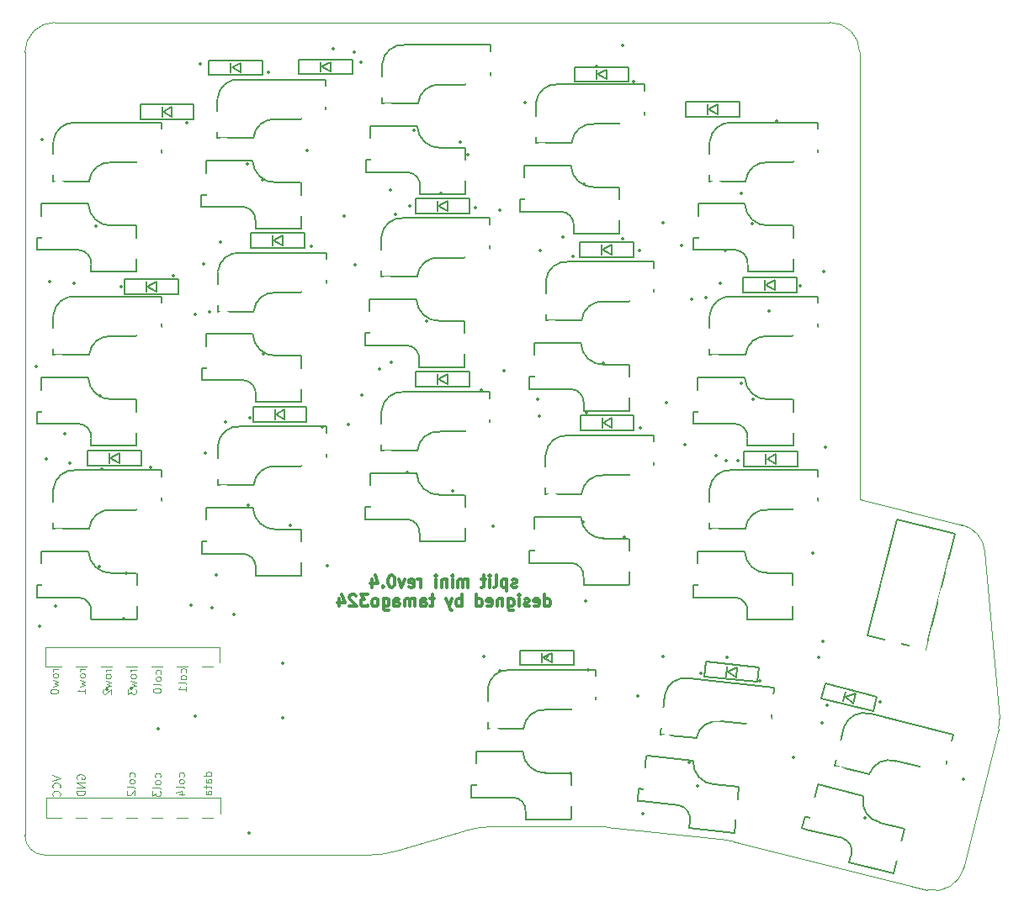
<source format=gbo>
%TF.GenerationSoftware,KiCad,Pcbnew,(6.0.6)*%
%TF.CreationDate,2022-11-03T11:36:57+09:00*%
%TF.ProjectId,split-mini,73706c69-742d-46d6-996e-692e6b696361,rev?*%
%TF.SameCoordinates,Original*%
%TF.FileFunction,Legend,Bot*%
%TF.FilePolarity,Positive*%
%FSLAX46Y46*%
G04 Gerber Fmt 4.6, Leading zero omitted, Abs format (unit mm)*
G04 Created by KiCad (PCBNEW (6.0.6)) date 2022-11-03 11:36:57*
%MOMM*%
%LPD*%
G01*
G04 APERTURE LIST*
G04 Aperture macros list*
%AMHorizOval*
0 Thick line with rounded ends*
0 $1 width*
0 $2 $3 position (X,Y) of the first rounded end (center of the circle)*
0 $4 $5 position (X,Y) of the second rounded end (center of the circle)*
0 Add line between two ends*
20,1,$1,$2,$3,$4,$5,0*
0 Add two circle primitives to create the rounded ends*
1,1,$1,$2,$3*
1,1,$1,$4,$5*%
%AMRotRect*
0 Rectangle, with rotation*
0 The origin of the aperture is its center*
0 $1 length*
0 $2 width*
0 $3 Rotation angle, in degrees counterclockwise*
0 Add horizontal line*
21,1,$1,$2,0,0,$3*%
G04 Aperture macros list end*
%TA.AperFunction,Profile*%
%ADD10C,0.100000*%
%TD*%
%ADD11C,0.300000*%
%ADD12C,0.100000*%
%ADD13C,0.150000*%
%ADD14C,0.120000*%
%ADD15C,1.600000*%
%ADD16C,0.350000*%
%ADD17HorizOval,1.000000X-0.060480X-0.242574X0.060480X0.242574X0*%
%ADD18R,1.300000X0.950000*%
%ADD19C,3.000000*%
%ADD20C,1.700000*%
%ADD21C,1.900000*%
%ADD22C,4.000000*%
%ADD23R,2.000000X2.000000*%
%ADD24R,1.900000X2.000000*%
%ADD25RotRect,1.300000X0.950000X354.000000*%
%ADD26C,4.500000*%
%ADD27RotRect,1.300000X0.950000X346.000000*%
%ADD28RotRect,2.000000X2.000000X166.000000*%
%ADD29RotRect,1.900000X2.000000X166.000000*%
%ADD30C,1.200000*%
%ADD31HorizOval,1.700000X-0.096769X-0.388118X0.096769X0.388118X0*%
%ADD32RotRect,2.000000X2.000000X174.000000*%
%ADD33RotRect,1.900000X2.000000X174.000000*%
%ADD34R,1.850000X2.000000*%
G04 APERTURE END LIST*
D10*
X116123324Y-72166634D02*
G75*
G03*
X113860370Y-69515158I-2988724J-259366D01*
G01*
X103530843Y-66939718D02*
X113860370Y-69515158D01*
X110364219Y-106260861D02*
G75*
G03*
X114000870Y-104075745I725781J2910861D01*
G01*
X21530843Y-102768057D02*
X45530843Y-102768057D01*
X78079754Y-99947838D02*
X89423885Y-101140154D01*
X66703035Y-99893057D02*
X77034469Y-99893057D01*
X45530843Y-102768057D02*
X54083652Y-102768057D01*
X56918659Y-102357777D02*
X63868027Y-100303337D01*
X19530843Y-21893057D02*
X19530843Y-100768057D01*
X117508504Y-90007398D02*
G75*
G03*
X117586379Y-89022217I-2911304J725798D01*
G01*
X103530843Y-21893057D02*
G75*
G03*
X100530843Y-18893057I-3000043J-43D01*
G01*
X78079754Y-99947841D02*
G75*
G03*
X77034469Y-99893057I-1045254J-9944059D01*
G01*
X54083652Y-102768065D02*
G75*
G03*
X56918659Y-102357777I-52J10000165D01*
G01*
X66703035Y-99893053D02*
G75*
G03*
X63868027Y-100303337I65J-10000347D01*
G01*
X22530843Y-18893063D02*
G75*
G03*
X19530843Y-21893057I-3J-2999997D01*
G01*
X114000870Y-104075745D02*
X117508503Y-90007398D01*
X90797818Y-101382418D02*
G75*
G03*
X89423885Y-101140154I-2419118J-9702282D01*
G01*
X19530843Y-100768057D02*
G75*
G03*
X21530843Y-102768057I1999997J-3D01*
G01*
X90797819Y-101382416D02*
X110364217Y-106260867D01*
X100530843Y-18893057D02*
X22530843Y-18893057D01*
X103530843Y-66939718D02*
X103530843Y-21893057D01*
X116123367Y-72166630D02*
X117586379Y-89022217D01*
D11*
X69052857Y-75729714D02*
X68938571Y-75786857D01*
X68710000Y-75786857D01*
X68595714Y-75729714D01*
X68538571Y-75615428D01*
X68538571Y-75558285D01*
X68595714Y-75444000D01*
X68710000Y-75386857D01*
X68881428Y-75386857D01*
X68995714Y-75329714D01*
X69052857Y-75215428D01*
X69052857Y-75158285D01*
X68995714Y-75044000D01*
X68881428Y-74986857D01*
X68710000Y-74986857D01*
X68595714Y-75044000D01*
X68024285Y-74986857D02*
X68024285Y-76186857D01*
X68024285Y-75044000D02*
X67910000Y-74986857D01*
X67681428Y-74986857D01*
X67567142Y-75044000D01*
X67510000Y-75101142D01*
X67452857Y-75215428D01*
X67452857Y-75558285D01*
X67510000Y-75672571D01*
X67567142Y-75729714D01*
X67681428Y-75786857D01*
X67910000Y-75786857D01*
X68024285Y-75729714D01*
X66767142Y-75786857D02*
X66881428Y-75729714D01*
X66938571Y-75615428D01*
X66938571Y-74586857D01*
X66310000Y-75786857D02*
X66310000Y-74986857D01*
X66310000Y-74586857D02*
X66367142Y-74644000D01*
X66310000Y-74701142D01*
X66252857Y-74644000D01*
X66310000Y-74586857D01*
X66310000Y-74701142D01*
X65910000Y-74986857D02*
X65452857Y-74986857D01*
X65738571Y-74586857D02*
X65738571Y-75615428D01*
X65681428Y-75729714D01*
X65567142Y-75786857D01*
X65452857Y-75786857D01*
X64138571Y-75786857D02*
X64138571Y-74986857D01*
X64138571Y-75101142D02*
X64081428Y-75044000D01*
X63967142Y-74986857D01*
X63795714Y-74986857D01*
X63681428Y-75044000D01*
X63624285Y-75158285D01*
X63624285Y-75786857D01*
X63624285Y-75158285D02*
X63567142Y-75044000D01*
X63452857Y-74986857D01*
X63281428Y-74986857D01*
X63167142Y-75044000D01*
X63110000Y-75158285D01*
X63110000Y-75786857D01*
X62538571Y-75786857D02*
X62538571Y-74986857D01*
X62538571Y-74586857D02*
X62595714Y-74644000D01*
X62538571Y-74701142D01*
X62481428Y-74644000D01*
X62538571Y-74586857D01*
X62538571Y-74701142D01*
X61967142Y-74986857D02*
X61967142Y-75786857D01*
X61967142Y-75101142D02*
X61910000Y-75044000D01*
X61795714Y-74986857D01*
X61624285Y-74986857D01*
X61510000Y-75044000D01*
X61452857Y-75158285D01*
X61452857Y-75786857D01*
X60881428Y-75786857D02*
X60881428Y-74986857D01*
X60881428Y-74586857D02*
X60938571Y-74644000D01*
X60881428Y-74701142D01*
X60824285Y-74644000D01*
X60881428Y-74586857D01*
X60881428Y-74701142D01*
X59395714Y-75786857D02*
X59395714Y-74986857D01*
X59395714Y-75215428D02*
X59338571Y-75101142D01*
X59281428Y-75044000D01*
X59167142Y-74986857D01*
X59052857Y-74986857D01*
X58195714Y-75729714D02*
X58310000Y-75786857D01*
X58538571Y-75786857D01*
X58652857Y-75729714D01*
X58710000Y-75615428D01*
X58710000Y-75158285D01*
X58652857Y-75044000D01*
X58538571Y-74986857D01*
X58310000Y-74986857D01*
X58195714Y-75044000D01*
X58138571Y-75158285D01*
X58138571Y-75272571D01*
X58710000Y-75386857D01*
X57738571Y-74986857D02*
X57452857Y-75786857D01*
X57167142Y-74986857D01*
X56481428Y-74586857D02*
X56367142Y-74586857D01*
X56252857Y-74644000D01*
X56195714Y-74701142D01*
X56138571Y-74815428D01*
X56081428Y-75044000D01*
X56081428Y-75329714D01*
X56138571Y-75558285D01*
X56195714Y-75672571D01*
X56252857Y-75729714D01*
X56367142Y-75786857D01*
X56481428Y-75786857D01*
X56595714Y-75729714D01*
X56652857Y-75672571D01*
X56710000Y-75558285D01*
X56767142Y-75329714D01*
X56767142Y-75044000D01*
X56710000Y-74815428D01*
X56652857Y-74701142D01*
X56595714Y-74644000D01*
X56481428Y-74586857D01*
X55567142Y-75672571D02*
X55510000Y-75729714D01*
X55567142Y-75786857D01*
X55624285Y-75729714D01*
X55567142Y-75672571D01*
X55567142Y-75786857D01*
X54481428Y-74986857D02*
X54481428Y-75786857D01*
X54767142Y-74529714D02*
X55052857Y-75386857D01*
X54310000Y-75386857D01*
X71824285Y-77718857D02*
X71824285Y-76518857D01*
X71824285Y-77661714D02*
X71938571Y-77718857D01*
X72167142Y-77718857D01*
X72281428Y-77661714D01*
X72338571Y-77604571D01*
X72395714Y-77490285D01*
X72395714Y-77147428D01*
X72338571Y-77033142D01*
X72281428Y-76976000D01*
X72167142Y-76918857D01*
X71938571Y-76918857D01*
X71824285Y-76976000D01*
X70795714Y-77661714D02*
X70910000Y-77718857D01*
X71138571Y-77718857D01*
X71252857Y-77661714D01*
X71310000Y-77547428D01*
X71310000Y-77090285D01*
X71252857Y-76976000D01*
X71138571Y-76918857D01*
X70910000Y-76918857D01*
X70795714Y-76976000D01*
X70738571Y-77090285D01*
X70738571Y-77204571D01*
X71310000Y-77318857D01*
X70281428Y-77661714D02*
X70167142Y-77718857D01*
X69938571Y-77718857D01*
X69824285Y-77661714D01*
X69767142Y-77547428D01*
X69767142Y-77490285D01*
X69824285Y-77376000D01*
X69938571Y-77318857D01*
X70110000Y-77318857D01*
X70224285Y-77261714D01*
X70281428Y-77147428D01*
X70281428Y-77090285D01*
X70224285Y-76976000D01*
X70110000Y-76918857D01*
X69938571Y-76918857D01*
X69824285Y-76976000D01*
X69252857Y-77718857D02*
X69252857Y-76918857D01*
X69252857Y-76518857D02*
X69310000Y-76576000D01*
X69252857Y-76633142D01*
X69195714Y-76576000D01*
X69252857Y-76518857D01*
X69252857Y-76633142D01*
X68167142Y-76918857D02*
X68167142Y-77890285D01*
X68224285Y-78004571D01*
X68281428Y-78061714D01*
X68395714Y-78118857D01*
X68567142Y-78118857D01*
X68681428Y-78061714D01*
X68167142Y-77661714D02*
X68281428Y-77718857D01*
X68510000Y-77718857D01*
X68624285Y-77661714D01*
X68681428Y-77604571D01*
X68738571Y-77490285D01*
X68738571Y-77147428D01*
X68681428Y-77033142D01*
X68624285Y-76976000D01*
X68510000Y-76918857D01*
X68281428Y-76918857D01*
X68167142Y-76976000D01*
X67595714Y-76918857D02*
X67595714Y-77718857D01*
X67595714Y-77033142D02*
X67538571Y-76976000D01*
X67424285Y-76918857D01*
X67252857Y-76918857D01*
X67138571Y-76976000D01*
X67081428Y-77090285D01*
X67081428Y-77718857D01*
X66052857Y-77661714D02*
X66167142Y-77718857D01*
X66395714Y-77718857D01*
X66510000Y-77661714D01*
X66567142Y-77547428D01*
X66567142Y-77090285D01*
X66510000Y-76976000D01*
X66395714Y-76918857D01*
X66167142Y-76918857D01*
X66052857Y-76976000D01*
X65995714Y-77090285D01*
X65995714Y-77204571D01*
X66567142Y-77318857D01*
X64967142Y-77718857D02*
X64967142Y-76518857D01*
X64967142Y-77661714D02*
X65081428Y-77718857D01*
X65310000Y-77718857D01*
X65424285Y-77661714D01*
X65481428Y-77604571D01*
X65538571Y-77490285D01*
X65538571Y-77147428D01*
X65481428Y-77033142D01*
X65424285Y-76976000D01*
X65310000Y-76918857D01*
X65081428Y-76918857D01*
X64967142Y-76976000D01*
X63481428Y-77718857D02*
X63481428Y-76518857D01*
X63481428Y-76976000D02*
X63367142Y-76918857D01*
X63138571Y-76918857D01*
X63024285Y-76976000D01*
X62967142Y-77033142D01*
X62910000Y-77147428D01*
X62910000Y-77490285D01*
X62967142Y-77604571D01*
X63024285Y-77661714D01*
X63138571Y-77718857D01*
X63367142Y-77718857D01*
X63481428Y-77661714D01*
X62510000Y-76918857D02*
X62224285Y-77718857D01*
X61938571Y-76918857D02*
X62224285Y-77718857D01*
X62338571Y-78004571D01*
X62395714Y-78061714D01*
X62510000Y-78118857D01*
X60738571Y-76918857D02*
X60281428Y-76918857D01*
X60567142Y-76518857D02*
X60567142Y-77547428D01*
X60510000Y-77661714D01*
X60395714Y-77718857D01*
X60281428Y-77718857D01*
X59367142Y-77718857D02*
X59367142Y-77090285D01*
X59424285Y-76976000D01*
X59538571Y-76918857D01*
X59767142Y-76918857D01*
X59881428Y-76976000D01*
X59367142Y-77661714D02*
X59481428Y-77718857D01*
X59767142Y-77718857D01*
X59881428Y-77661714D01*
X59938571Y-77547428D01*
X59938571Y-77433142D01*
X59881428Y-77318857D01*
X59767142Y-77261714D01*
X59481428Y-77261714D01*
X59367142Y-77204571D01*
X58795714Y-77718857D02*
X58795714Y-76918857D01*
X58795714Y-77033142D02*
X58738571Y-76976000D01*
X58624285Y-76918857D01*
X58452857Y-76918857D01*
X58338571Y-76976000D01*
X58281428Y-77090285D01*
X58281428Y-77718857D01*
X58281428Y-77090285D02*
X58224285Y-76976000D01*
X58110000Y-76918857D01*
X57938571Y-76918857D01*
X57824285Y-76976000D01*
X57767142Y-77090285D01*
X57767142Y-77718857D01*
X56681428Y-77718857D02*
X56681428Y-77090285D01*
X56738571Y-76976000D01*
X56852857Y-76918857D01*
X57081428Y-76918857D01*
X57195714Y-76976000D01*
X56681428Y-77661714D02*
X56795714Y-77718857D01*
X57081428Y-77718857D01*
X57195714Y-77661714D01*
X57252857Y-77547428D01*
X57252857Y-77433142D01*
X57195714Y-77318857D01*
X57081428Y-77261714D01*
X56795714Y-77261714D01*
X56681428Y-77204571D01*
X55595714Y-76918857D02*
X55595714Y-77890285D01*
X55652857Y-78004571D01*
X55710000Y-78061714D01*
X55824285Y-78118857D01*
X55995714Y-78118857D01*
X56110000Y-78061714D01*
X55595714Y-77661714D02*
X55710000Y-77718857D01*
X55938571Y-77718857D01*
X56052857Y-77661714D01*
X56110000Y-77604571D01*
X56167142Y-77490285D01*
X56167142Y-77147428D01*
X56110000Y-77033142D01*
X56052857Y-76976000D01*
X55938571Y-76918857D01*
X55710000Y-76918857D01*
X55595714Y-76976000D01*
X54852857Y-77718857D02*
X54967142Y-77661714D01*
X55024285Y-77604571D01*
X55081428Y-77490285D01*
X55081428Y-77147428D01*
X55024285Y-77033142D01*
X54967142Y-76976000D01*
X54852857Y-76918857D01*
X54681428Y-76918857D01*
X54567142Y-76976000D01*
X54510000Y-77033142D01*
X54452857Y-77147428D01*
X54452857Y-77490285D01*
X54510000Y-77604571D01*
X54567142Y-77661714D01*
X54681428Y-77718857D01*
X54852857Y-77718857D01*
X54052857Y-76518857D02*
X53310000Y-76518857D01*
X53710000Y-76976000D01*
X53538571Y-76976000D01*
X53424285Y-77033142D01*
X53367142Y-77090285D01*
X53310000Y-77204571D01*
X53310000Y-77490285D01*
X53367142Y-77604571D01*
X53424285Y-77661714D01*
X53538571Y-77718857D01*
X53881428Y-77718857D01*
X53995714Y-77661714D01*
X54052857Y-77604571D01*
X52852857Y-76633142D02*
X52795714Y-76576000D01*
X52681428Y-76518857D01*
X52395714Y-76518857D01*
X52281428Y-76576000D01*
X52224285Y-76633142D01*
X52167142Y-76747428D01*
X52167142Y-76861714D01*
X52224285Y-77033142D01*
X52910000Y-77718857D01*
X52167142Y-77718857D01*
X51138571Y-76918857D02*
X51138571Y-77718857D01*
X51424285Y-76461714D02*
X51710000Y-77318857D01*
X50967142Y-77318857D01*
D12*
%TO.C,U1*%
X30531809Y-94838095D02*
X30569904Y-94761904D01*
X30569904Y-94609523D01*
X30531809Y-94533333D01*
X30493714Y-94495238D01*
X30417523Y-94457142D01*
X30188952Y-94457142D01*
X30112761Y-94495238D01*
X30074666Y-94533333D01*
X30036571Y-94609523D01*
X30036571Y-94761904D01*
X30074666Y-94838095D01*
X30569904Y-95295238D02*
X30531809Y-95219047D01*
X30493714Y-95180952D01*
X30417523Y-95142857D01*
X30188952Y-95142857D01*
X30112761Y-95180952D01*
X30074666Y-95219047D01*
X30036571Y-95295238D01*
X30036571Y-95409523D01*
X30074666Y-95485714D01*
X30112761Y-95523809D01*
X30188952Y-95561904D01*
X30417523Y-95561904D01*
X30493714Y-95523809D01*
X30531809Y-95485714D01*
X30569904Y-95409523D01*
X30569904Y-95295238D01*
X30569904Y-96019047D02*
X30531809Y-95942857D01*
X30455619Y-95904761D01*
X29769904Y-95904761D01*
X29846095Y-96285714D02*
X29808000Y-96323809D01*
X29769904Y-96400000D01*
X29769904Y-96590476D01*
X29808000Y-96666666D01*
X29846095Y-96704761D01*
X29922285Y-96742857D01*
X29998476Y-96742857D01*
X30112761Y-96704761D01*
X30569904Y-96247619D01*
X30569904Y-96742857D01*
X22879904Y-84020952D02*
X22346571Y-84020952D01*
X22498952Y-84020952D02*
X22422761Y-84059047D01*
X22384666Y-84097142D01*
X22346571Y-84173333D01*
X22346571Y-84249523D01*
X22879904Y-84630476D02*
X22841809Y-84554285D01*
X22803714Y-84516190D01*
X22727523Y-84478095D01*
X22498952Y-84478095D01*
X22422761Y-84516190D01*
X22384666Y-84554285D01*
X22346571Y-84630476D01*
X22346571Y-84744761D01*
X22384666Y-84820952D01*
X22422761Y-84859047D01*
X22498952Y-84897142D01*
X22727523Y-84897142D01*
X22803714Y-84859047D01*
X22841809Y-84820952D01*
X22879904Y-84744761D01*
X22879904Y-84630476D01*
X22346571Y-85163809D02*
X22879904Y-85316190D01*
X22498952Y-85468571D01*
X22879904Y-85620952D01*
X22346571Y-85773333D01*
X22079904Y-86230476D02*
X22079904Y-86306666D01*
X22118000Y-86382857D01*
X22156095Y-86420952D01*
X22232285Y-86459047D01*
X22384666Y-86497142D01*
X22575142Y-86497142D01*
X22727523Y-86459047D01*
X22803714Y-86420952D01*
X22841809Y-86382857D01*
X22879904Y-86306666D01*
X22879904Y-86230476D01*
X22841809Y-86154285D01*
X22803714Y-86116190D01*
X22727523Y-86078095D01*
X22575142Y-86040000D01*
X22384666Y-86040000D01*
X22232285Y-86078095D01*
X22156095Y-86116190D01*
X22118000Y-86154285D01*
X22079904Y-86230476D01*
X35521809Y-94828095D02*
X35559904Y-94751904D01*
X35559904Y-94599523D01*
X35521809Y-94523333D01*
X35483714Y-94485238D01*
X35407523Y-94447142D01*
X35178952Y-94447142D01*
X35102761Y-94485238D01*
X35064666Y-94523333D01*
X35026571Y-94599523D01*
X35026571Y-94751904D01*
X35064666Y-94828095D01*
X35559904Y-95285238D02*
X35521809Y-95209047D01*
X35483714Y-95170952D01*
X35407523Y-95132857D01*
X35178952Y-95132857D01*
X35102761Y-95170952D01*
X35064666Y-95209047D01*
X35026571Y-95285238D01*
X35026571Y-95399523D01*
X35064666Y-95475714D01*
X35102761Y-95513809D01*
X35178952Y-95551904D01*
X35407523Y-95551904D01*
X35483714Y-95513809D01*
X35521809Y-95475714D01*
X35559904Y-95399523D01*
X35559904Y-95285238D01*
X35559904Y-96009047D02*
X35521809Y-95932857D01*
X35445619Y-95894761D01*
X34759904Y-95894761D01*
X35026571Y-96656666D02*
X35559904Y-96656666D01*
X34721809Y-96466190D02*
X35293238Y-96275714D01*
X35293238Y-96770952D01*
X22289904Y-94733333D02*
X23089904Y-95000000D01*
X22289904Y-95266666D01*
X23013714Y-95990476D02*
X23051809Y-95952380D01*
X23089904Y-95838095D01*
X23089904Y-95761904D01*
X23051809Y-95647619D01*
X22975619Y-95571428D01*
X22899428Y-95533333D01*
X22747047Y-95495238D01*
X22632761Y-95495238D01*
X22480380Y-95533333D01*
X22404190Y-95571428D01*
X22328000Y-95647619D01*
X22289904Y-95761904D01*
X22289904Y-95838095D01*
X22328000Y-95952380D01*
X22366095Y-95990476D01*
X23013714Y-96790476D02*
X23051809Y-96752380D01*
X23089904Y-96638095D01*
X23089904Y-96561904D01*
X23051809Y-96447619D01*
X22975619Y-96371428D01*
X22899428Y-96333333D01*
X22747047Y-96295238D01*
X22632761Y-96295238D01*
X22480380Y-96333333D01*
X22404190Y-96371428D01*
X22328000Y-96447619D01*
X22289904Y-96561904D01*
X22289904Y-96638095D01*
X22328000Y-96752380D01*
X22366095Y-96790476D01*
X38279904Y-94749047D02*
X37479904Y-94749047D01*
X38241809Y-94749047D02*
X38279904Y-94672857D01*
X38279904Y-94520476D01*
X38241809Y-94444285D01*
X38203714Y-94406190D01*
X38127523Y-94368095D01*
X37898952Y-94368095D01*
X37822761Y-94406190D01*
X37784666Y-94444285D01*
X37746571Y-94520476D01*
X37746571Y-94672857D01*
X37784666Y-94749047D01*
X38279904Y-95472857D02*
X37860857Y-95472857D01*
X37784666Y-95434761D01*
X37746571Y-95358571D01*
X37746571Y-95206190D01*
X37784666Y-95130000D01*
X38241809Y-95472857D02*
X38279904Y-95396666D01*
X38279904Y-95206190D01*
X38241809Y-95130000D01*
X38165619Y-95091904D01*
X38089428Y-95091904D01*
X38013238Y-95130000D01*
X37975142Y-95206190D01*
X37975142Y-95396666D01*
X37937047Y-95472857D01*
X37746571Y-95739523D02*
X37746571Y-96044285D01*
X37479904Y-95853809D02*
X38165619Y-95853809D01*
X38241809Y-95891904D01*
X38279904Y-95968095D01*
X38279904Y-96044285D01*
X38279904Y-96653809D02*
X37860857Y-96653809D01*
X37784666Y-96615714D01*
X37746571Y-96539523D01*
X37746571Y-96387142D01*
X37784666Y-96310952D01*
X38241809Y-96653809D02*
X38279904Y-96577619D01*
X38279904Y-96387142D01*
X38241809Y-96310952D01*
X38165619Y-96272857D01*
X38089428Y-96272857D01*
X38013238Y-96310952D01*
X37975142Y-96387142D01*
X37975142Y-96577619D01*
X37937047Y-96653809D01*
X24778000Y-95090476D02*
X24739904Y-95014285D01*
X24739904Y-94900000D01*
X24778000Y-94785714D01*
X24854190Y-94709523D01*
X24930380Y-94671428D01*
X25082761Y-94633333D01*
X25197047Y-94633333D01*
X25349428Y-94671428D01*
X25425619Y-94709523D01*
X25501809Y-94785714D01*
X25539904Y-94900000D01*
X25539904Y-94976190D01*
X25501809Y-95090476D01*
X25463714Y-95128571D01*
X25197047Y-95128571D01*
X25197047Y-94976190D01*
X25539904Y-95471428D02*
X24739904Y-95471428D01*
X25539904Y-95928571D01*
X24739904Y-95928571D01*
X25539904Y-96309523D02*
X24739904Y-96309523D01*
X24739904Y-96500000D01*
X24778000Y-96614285D01*
X24854190Y-96690476D01*
X24930380Y-96728571D01*
X25082761Y-96766666D01*
X25197047Y-96766666D01*
X25349428Y-96728571D01*
X25425619Y-96690476D01*
X25501809Y-96614285D01*
X25539904Y-96500000D01*
X25539904Y-96309523D01*
X33141809Y-94908095D02*
X33179904Y-94831904D01*
X33179904Y-94679523D01*
X33141809Y-94603333D01*
X33103714Y-94565238D01*
X33027523Y-94527142D01*
X32798952Y-94527142D01*
X32722761Y-94565238D01*
X32684666Y-94603333D01*
X32646571Y-94679523D01*
X32646571Y-94831904D01*
X32684666Y-94908095D01*
X33179904Y-95365238D02*
X33141809Y-95289047D01*
X33103714Y-95250952D01*
X33027523Y-95212857D01*
X32798952Y-95212857D01*
X32722761Y-95250952D01*
X32684666Y-95289047D01*
X32646571Y-95365238D01*
X32646571Y-95479523D01*
X32684666Y-95555714D01*
X32722761Y-95593809D01*
X32798952Y-95631904D01*
X33027523Y-95631904D01*
X33103714Y-95593809D01*
X33141809Y-95555714D01*
X33179904Y-95479523D01*
X33179904Y-95365238D01*
X33179904Y-96089047D02*
X33141809Y-96012857D01*
X33065619Y-95974761D01*
X32379904Y-95974761D01*
X32379904Y-96317619D02*
X32379904Y-96812857D01*
X32684666Y-96546190D01*
X32684666Y-96660476D01*
X32722761Y-96736666D01*
X32760857Y-96774761D01*
X32837047Y-96812857D01*
X33027523Y-96812857D01*
X33103714Y-96774761D01*
X33141809Y-96736666D01*
X33179904Y-96660476D01*
X33179904Y-96431904D01*
X33141809Y-96355714D01*
X33103714Y-96317619D01*
X33191809Y-84498095D02*
X33229904Y-84421904D01*
X33229904Y-84269523D01*
X33191809Y-84193333D01*
X33153714Y-84155238D01*
X33077523Y-84117142D01*
X32848952Y-84117142D01*
X32772761Y-84155238D01*
X32734666Y-84193333D01*
X32696571Y-84269523D01*
X32696571Y-84421904D01*
X32734666Y-84498095D01*
X33229904Y-84955238D02*
X33191809Y-84879047D01*
X33153714Y-84840952D01*
X33077523Y-84802857D01*
X32848952Y-84802857D01*
X32772761Y-84840952D01*
X32734666Y-84879047D01*
X32696571Y-84955238D01*
X32696571Y-85069523D01*
X32734666Y-85145714D01*
X32772761Y-85183809D01*
X32848952Y-85221904D01*
X33077523Y-85221904D01*
X33153714Y-85183809D01*
X33191809Y-85145714D01*
X33229904Y-85069523D01*
X33229904Y-84955238D01*
X33229904Y-85679047D02*
X33191809Y-85602857D01*
X33115619Y-85564761D01*
X32429904Y-85564761D01*
X32429904Y-86136190D02*
X32429904Y-86212380D01*
X32468000Y-86288571D01*
X32506095Y-86326666D01*
X32582285Y-86364761D01*
X32734666Y-86402857D01*
X32925142Y-86402857D01*
X33077523Y-86364761D01*
X33153714Y-86326666D01*
X33191809Y-86288571D01*
X33229904Y-86212380D01*
X33229904Y-86136190D01*
X33191809Y-86060000D01*
X33153714Y-86021904D01*
X33077523Y-85983809D01*
X32925142Y-85945714D01*
X32734666Y-85945714D01*
X32582285Y-85983809D01*
X32506095Y-86021904D01*
X32468000Y-86060000D01*
X32429904Y-86136190D01*
X25609904Y-84020952D02*
X25076571Y-84020952D01*
X25228952Y-84020952D02*
X25152761Y-84059047D01*
X25114666Y-84097142D01*
X25076571Y-84173333D01*
X25076571Y-84249523D01*
X25609904Y-84630476D02*
X25571809Y-84554285D01*
X25533714Y-84516190D01*
X25457523Y-84478095D01*
X25228952Y-84478095D01*
X25152761Y-84516190D01*
X25114666Y-84554285D01*
X25076571Y-84630476D01*
X25076571Y-84744761D01*
X25114666Y-84820952D01*
X25152761Y-84859047D01*
X25228952Y-84897142D01*
X25457523Y-84897142D01*
X25533714Y-84859047D01*
X25571809Y-84820952D01*
X25609904Y-84744761D01*
X25609904Y-84630476D01*
X25076571Y-85163809D02*
X25609904Y-85316190D01*
X25228952Y-85468571D01*
X25609904Y-85620952D01*
X25076571Y-85773333D01*
X25609904Y-86497142D02*
X25609904Y-86040000D01*
X25609904Y-86268571D02*
X24809904Y-86268571D01*
X24924190Y-86192380D01*
X25000380Y-86116190D01*
X25038476Y-86040000D01*
X28189904Y-84080952D02*
X27656571Y-84080952D01*
X27808952Y-84080952D02*
X27732761Y-84119047D01*
X27694666Y-84157142D01*
X27656571Y-84233333D01*
X27656571Y-84309523D01*
X28189904Y-84690476D02*
X28151809Y-84614285D01*
X28113714Y-84576190D01*
X28037523Y-84538095D01*
X27808952Y-84538095D01*
X27732761Y-84576190D01*
X27694666Y-84614285D01*
X27656571Y-84690476D01*
X27656571Y-84804761D01*
X27694666Y-84880952D01*
X27732761Y-84919047D01*
X27808952Y-84957142D01*
X28037523Y-84957142D01*
X28113714Y-84919047D01*
X28151809Y-84880952D01*
X28189904Y-84804761D01*
X28189904Y-84690476D01*
X27656571Y-85223809D02*
X28189904Y-85376190D01*
X27808952Y-85528571D01*
X28189904Y-85680952D01*
X27656571Y-85833333D01*
X27466095Y-86100000D02*
X27428000Y-86138095D01*
X27389904Y-86214285D01*
X27389904Y-86404761D01*
X27428000Y-86480952D01*
X27466095Y-86519047D01*
X27542285Y-86557142D01*
X27618476Y-86557142D01*
X27732761Y-86519047D01*
X28189904Y-86061904D01*
X28189904Y-86557142D01*
X30719904Y-84080952D02*
X30186571Y-84080952D01*
X30338952Y-84080952D02*
X30262761Y-84119047D01*
X30224666Y-84157142D01*
X30186571Y-84233333D01*
X30186571Y-84309523D01*
X30719904Y-84690476D02*
X30681809Y-84614285D01*
X30643714Y-84576190D01*
X30567523Y-84538095D01*
X30338952Y-84538095D01*
X30262761Y-84576190D01*
X30224666Y-84614285D01*
X30186571Y-84690476D01*
X30186571Y-84804761D01*
X30224666Y-84880952D01*
X30262761Y-84919047D01*
X30338952Y-84957142D01*
X30567523Y-84957142D01*
X30643714Y-84919047D01*
X30681809Y-84880952D01*
X30719904Y-84804761D01*
X30719904Y-84690476D01*
X30186571Y-85223809D02*
X30719904Y-85376190D01*
X30338952Y-85528571D01*
X30719904Y-85680952D01*
X30186571Y-85833333D01*
X29919904Y-86061904D02*
X29919904Y-86557142D01*
X30224666Y-86290476D01*
X30224666Y-86404761D01*
X30262761Y-86480952D01*
X30300857Y-86519047D01*
X30377047Y-86557142D01*
X30567523Y-86557142D01*
X30643714Y-86519047D01*
X30681809Y-86480952D01*
X30719904Y-86404761D01*
X30719904Y-86176190D01*
X30681809Y-86100000D01*
X30643714Y-86061904D01*
X35711809Y-84358095D02*
X35749904Y-84281904D01*
X35749904Y-84129523D01*
X35711809Y-84053333D01*
X35673714Y-84015238D01*
X35597523Y-83977142D01*
X35368952Y-83977142D01*
X35292761Y-84015238D01*
X35254666Y-84053333D01*
X35216571Y-84129523D01*
X35216571Y-84281904D01*
X35254666Y-84358095D01*
X35749904Y-84815238D02*
X35711809Y-84739047D01*
X35673714Y-84700952D01*
X35597523Y-84662857D01*
X35368952Y-84662857D01*
X35292761Y-84700952D01*
X35254666Y-84739047D01*
X35216571Y-84815238D01*
X35216571Y-84929523D01*
X35254666Y-85005714D01*
X35292761Y-85043809D01*
X35368952Y-85081904D01*
X35597523Y-85081904D01*
X35673714Y-85043809D01*
X35711809Y-85005714D01*
X35749904Y-84929523D01*
X35749904Y-84815238D01*
X35749904Y-85539047D02*
X35711809Y-85462857D01*
X35635619Y-85424761D01*
X34949904Y-85424761D01*
X35749904Y-86262857D02*
X35749904Y-85805714D01*
X35749904Y-86034285D02*
X34949904Y-86034285D01*
X35064190Y-85958095D01*
X35140380Y-85881904D01*
X35178476Y-85805714D01*
D13*
%TO.C,D7*%
X45450000Y-41360000D02*
X44550000Y-40860000D01*
X47650000Y-41610000D02*
X47650000Y-40110000D01*
X42250000Y-40110000D02*
X42250000Y-41610000D01*
X44450000Y-40360000D02*
X44450000Y-41360000D01*
X47650000Y-40110000D02*
X42250000Y-40110000D01*
X45450000Y-40360000D02*
X45450000Y-41360000D01*
X42250000Y-41610000D02*
X47650000Y-41610000D01*
X44550000Y-40860000D02*
X45450000Y-40360000D01*
%TO.C,SW6*%
X30780000Y-56890000D02*
X30780000Y-61490000D01*
X21205000Y-59315000D02*
X20755000Y-59315000D01*
X30755000Y-56865000D02*
X28205000Y-56865000D01*
X33280000Y-50394000D02*
X33280000Y-46486000D01*
X22380000Y-52394000D02*
X25990000Y-52394000D01*
X33280000Y-46486000D02*
X24655000Y-46486000D01*
X30755000Y-61515000D02*
X26205000Y-61515000D01*
X22380000Y-48440000D02*
X22380000Y-52385000D01*
X26200000Y-60790000D02*
X26200000Y-61490000D01*
X21205000Y-54690000D02*
X21205000Y-58090000D01*
X33280000Y-50440000D02*
X28230000Y-50486000D01*
X25905000Y-54665000D02*
X21205000Y-54665000D01*
X24980000Y-59315000D02*
X21205000Y-59315000D01*
X21205000Y-58090000D02*
X20755000Y-58090000D01*
X20755000Y-58090000D02*
X20755000Y-59315000D01*
X28255000Y-50490000D02*
G75*
G03*
X25995000Y-52370000I-190000J-2070000D01*
G01*
X25910000Y-54690000D02*
G75*
G03*
X28280000Y-56860000I2270000J100000D01*
G01*
X24655000Y-46486000D02*
G75*
G03*
X22391000Y-48370000I-190000J-2074000D01*
G01*
X26200000Y-60740000D02*
G75*
G03*
X24980000Y-59320000I-1320000J100000D01*
G01*
%TO.C,SW11*%
X33290000Y-67940000D02*
X28240000Y-67986000D01*
X22390000Y-65940000D02*
X22390000Y-69885000D01*
X21215000Y-72190000D02*
X21215000Y-75590000D01*
X21215000Y-76815000D02*
X20765000Y-76815000D01*
X21215000Y-75590000D02*
X20765000Y-75590000D01*
X30790000Y-74390000D02*
X30790000Y-78990000D01*
X20765000Y-75590000D02*
X20765000Y-76815000D01*
X30765000Y-74365000D02*
X28215000Y-74365000D01*
X33290000Y-63986000D02*
X24665000Y-63986000D01*
X26210000Y-78290000D02*
X26210000Y-78990000D01*
X24990000Y-76815000D02*
X21215000Y-76815000D01*
X22390000Y-69894000D02*
X26000000Y-69894000D01*
X30765000Y-79015000D02*
X26215000Y-79015000D01*
X25915000Y-72165000D02*
X21215000Y-72165000D01*
X33290000Y-67894000D02*
X33290000Y-63986000D01*
X24665000Y-63986000D02*
G75*
G03*
X22401000Y-65870000I-190000J-2074000D01*
G01*
X25920000Y-72190000D02*
G75*
G03*
X28290000Y-74360000I2270000J100000D01*
G01*
X28265000Y-67990000D02*
G75*
G03*
X26005000Y-69870000I-190000J-2070000D01*
G01*
X26210000Y-78240000D02*
G75*
G03*
X24990000Y-76820000I-1320000J100000D01*
G01*
%TO.C,D6*%
X31750000Y-45000000D02*
X31750000Y-46000000D01*
X29550000Y-46250000D02*
X34950000Y-46250000D01*
X31850000Y-45500000D02*
X32750000Y-45000000D01*
X29550000Y-44750000D02*
X29550000Y-46250000D01*
X34950000Y-46250000D02*
X34950000Y-44750000D01*
X32750000Y-45000000D02*
X32750000Y-46000000D01*
X32750000Y-46000000D02*
X31850000Y-45500000D01*
X34950000Y-44750000D02*
X29550000Y-44750000D01*
%TO.C,SW9*%
X70315000Y-54600000D02*
X70315000Y-55825000D01*
X75760000Y-57300000D02*
X75760000Y-58000000D01*
X70765000Y-55825000D02*
X70315000Y-55825000D01*
X82840000Y-46950000D02*
X77790000Y-46996000D01*
X74540000Y-55825000D02*
X70765000Y-55825000D01*
X70765000Y-54600000D02*
X70315000Y-54600000D01*
X80340000Y-53400000D02*
X80340000Y-58000000D01*
X75465000Y-51175000D02*
X70765000Y-51175000D01*
X70765000Y-51200000D02*
X70765000Y-54600000D01*
X82840000Y-46904000D02*
X82840000Y-42996000D01*
X80315000Y-58025000D02*
X75765000Y-58025000D01*
X71940000Y-44950000D02*
X71940000Y-48895000D01*
X82840000Y-42996000D02*
X74215000Y-42996000D01*
X71940000Y-48904000D02*
X75550000Y-48904000D01*
X80315000Y-53375000D02*
X77765000Y-53375000D01*
X75760000Y-57250000D02*
G75*
G03*
X74540000Y-55830000I-1320000J100000D01*
G01*
X74215000Y-42996000D02*
G75*
G03*
X71951000Y-44880000I-190000J-2074000D01*
G01*
X77815000Y-47000000D02*
G75*
G03*
X75555000Y-48880000I-190000J-2070000D01*
G01*
X75470000Y-51200000D02*
G75*
G03*
X77840000Y-53370000I2270000J100000D01*
G01*
%TO.C,SW3*%
X53855000Y-32760000D02*
X53855000Y-33985000D01*
X55480000Y-27064000D02*
X59090000Y-27064000D01*
X66380000Y-25110000D02*
X61330000Y-25156000D01*
X59005000Y-29335000D02*
X54305000Y-29335000D01*
X63855000Y-36185000D02*
X59305000Y-36185000D01*
X66380000Y-25064000D02*
X66380000Y-21156000D01*
X54305000Y-29360000D02*
X54305000Y-32760000D01*
X55480000Y-23110000D02*
X55480000Y-27055000D01*
X59300000Y-35460000D02*
X59300000Y-36160000D01*
X54305000Y-33985000D02*
X53855000Y-33985000D01*
X63880000Y-31560000D02*
X63880000Y-36160000D01*
X66380000Y-21156000D02*
X57755000Y-21156000D01*
X58080000Y-33985000D02*
X54305000Y-33985000D01*
X54305000Y-32760000D02*
X53855000Y-32760000D01*
X63855000Y-31535000D02*
X61305000Y-31535000D01*
X57755000Y-21156000D02*
G75*
G03*
X55491000Y-23040000I-190000J-2074000D01*
G01*
X59010000Y-29360000D02*
G75*
G03*
X61380000Y-31530000I2270000J100000D01*
G01*
X59300000Y-35410000D02*
G75*
G03*
X58080000Y-33990000I-1320000J100000D01*
G01*
X61355000Y-25160000D02*
G75*
G03*
X59095000Y-27040000I-190000J-2070000D01*
G01*
%TO.C,D9*%
X77660000Y-41790000D02*
X78560000Y-41290000D01*
X75360000Y-42540000D02*
X80760000Y-42540000D01*
X75360000Y-41040000D02*
X75360000Y-42540000D01*
X78560000Y-42290000D02*
X77660000Y-41790000D01*
X77560000Y-41290000D02*
X77560000Y-42290000D01*
X78560000Y-41290000D02*
X78560000Y-42290000D01*
X80760000Y-41040000D02*
X75360000Y-41040000D01*
X80760000Y-42540000D02*
X80760000Y-41040000D01*
%TO.C,D16*%
X74770000Y-82130000D02*
X69370000Y-82130000D01*
X69370000Y-83630000D02*
X74770000Y-83630000D01*
X72570000Y-83380000D02*
X71670000Y-82880000D01*
X69370000Y-82130000D02*
X69370000Y-83630000D01*
X72570000Y-82380000D02*
X72570000Y-83380000D01*
X71670000Y-82880000D02*
X72570000Y-82380000D01*
X74770000Y-83630000D02*
X74770000Y-82130000D01*
X71570000Y-82380000D02*
X71570000Y-83380000D01*
%TO.C,D11*%
X31230000Y-62030000D02*
X25830000Y-62030000D01*
X25830000Y-63530000D02*
X31230000Y-63530000D01*
X31230000Y-63530000D02*
X31230000Y-62030000D01*
X25830000Y-62030000D02*
X25830000Y-63530000D01*
X28030000Y-62280000D02*
X28030000Y-63280000D01*
X29030000Y-63280000D02*
X28130000Y-62780000D01*
X28130000Y-62780000D02*
X29030000Y-62280000D01*
X29030000Y-62280000D02*
X29030000Y-63280000D01*
%TO.C,D14*%
X78620000Y-59750000D02*
X77720000Y-59250000D01*
X80820000Y-60000000D02*
X80820000Y-58500000D01*
X77620000Y-58750000D02*
X77620000Y-59750000D01*
X75420000Y-60000000D02*
X80820000Y-60000000D01*
X80820000Y-58500000D02*
X75420000Y-58500000D01*
X77720000Y-59250000D02*
X78620000Y-58750000D01*
X75420000Y-58500000D02*
X75420000Y-60000000D01*
X78620000Y-58750000D02*
X78620000Y-59750000D01*
%TO.C,D17*%
X87896395Y-84773665D02*
X93266813Y-85338118D01*
X90215003Y-83760475D02*
X90110475Y-84754997D01*
X88053187Y-83281882D02*
X87896395Y-84773665D01*
X91104997Y-84859525D02*
X90262191Y-84268189D01*
X91209525Y-83865003D02*
X91104997Y-84859525D01*
X90262191Y-84268189D02*
X91209525Y-83865003D01*
X93266813Y-85338118D02*
X93423605Y-83846335D01*
X93423605Y-83846335D02*
X88053187Y-83281882D01*
%TO.C,SW5*%
X92260000Y-43280000D02*
X92260000Y-43980000D01*
X96815000Y-44005000D02*
X92265000Y-44005000D01*
X91040000Y-41805000D02*
X87265000Y-41805000D01*
X99340000Y-32884000D02*
X99340000Y-28976000D01*
X91965000Y-37155000D02*
X87265000Y-37155000D01*
X99340000Y-32930000D02*
X94290000Y-32976000D01*
X87265000Y-40580000D02*
X86815000Y-40580000D01*
X96815000Y-39355000D02*
X94265000Y-39355000D01*
X86815000Y-40580000D02*
X86815000Y-41805000D01*
X87265000Y-37180000D02*
X87265000Y-40580000D01*
X88440000Y-30930000D02*
X88440000Y-34875000D01*
X87265000Y-41805000D02*
X86815000Y-41805000D01*
X96840000Y-39380000D02*
X96840000Y-43980000D01*
X99340000Y-28976000D02*
X90715000Y-28976000D01*
X88440000Y-34884000D02*
X92050000Y-34884000D01*
X94315000Y-32980000D02*
G75*
G03*
X92055000Y-34860000I-190000J-2070000D01*
G01*
X92260000Y-43230000D02*
G75*
G03*
X91040000Y-41810000I-1320000J100000D01*
G01*
X90715000Y-28976000D02*
G75*
G03*
X88451000Y-30860000I-190000J-2074000D01*
G01*
X91970000Y-37180000D02*
G75*
G03*
X94340000Y-39350000I2270000J100000D01*
G01*
%TO.C,SW15*%
X91020000Y-76805000D02*
X87245000Y-76805000D01*
X88420000Y-69884000D02*
X92030000Y-69884000D01*
X86795000Y-75580000D02*
X86795000Y-76805000D01*
X88420000Y-65930000D02*
X88420000Y-69875000D01*
X87245000Y-75580000D02*
X86795000Y-75580000D01*
X96795000Y-74355000D02*
X94245000Y-74355000D01*
X96820000Y-74380000D02*
X96820000Y-78980000D01*
X87245000Y-76805000D02*
X86795000Y-76805000D01*
X99320000Y-63976000D02*
X90695000Y-63976000D01*
X91945000Y-72155000D02*
X87245000Y-72155000D01*
X92240000Y-78280000D02*
X92240000Y-78980000D01*
X87245000Y-72180000D02*
X87245000Y-75580000D01*
X99320000Y-67884000D02*
X99320000Y-63976000D01*
X96795000Y-79005000D02*
X92245000Y-79005000D01*
X99320000Y-67930000D02*
X94270000Y-67976000D01*
X94295000Y-67980000D02*
G75*
G03*
X92035000Y-69860000I-190000J-2070000D01*
G01*
X90695000Y-63976000D02*
G75*
G03*
X88431000Y-65860000I-190000J-2074000D01*
G01*
X92240000Y-78230000D02*
G75*
G03*
X91020000Y-76810000I-1320000J100000D01*
G01*
X91950000Y-72180000D02*
G75*
G03*
X94320000Y-74350000I2270000J100000D01*
G01*
%TO.C,D13*%
X58840000Y-55570000D02*
X64240000Y-55570000D01*
X61140000Y-54820000D02*
X62040000Y-54320000D01*
X58840000Y-54070000D02*
X58840000Y-55570000D01*
X62040000Y-54320000D02*
X62040000Y-55320000D01*
X64240000Y-55570000D02*
X64240000Y-54070000D01*
X64240000Y-54070000D02*
X58840000Y-54070000D01*
X62040000Y-55320000D02*
X61140000Y-54820000D01*
X61040000Y-54320000D02*
X61040000Y-55320000D01*
%TO.C,SW7*%
X37765000Y-50300000D02*
X37765000Y-53700000D01*
X49840000Y-46004000D02*
X49840000Y-42096000D01*
X47340000Y-52500000D02*
X47340000Y-57100000D01*
X42465000Y-50275000D02*
X37765000Y-50275000D01*
X47315000Y-52475000D02*
X44765000Y-52475000D01*
X49840000Y-46050000D02*
X44790000Y-46096000D01*
X37765000Y-54925000D02*
X37315000Y-54925000D01*
X38940000Y-44050000D02*
X38940000Y-47995000D01*
X38940000Y-48004000D02*
X42550000Y-48004000D01*
X47315000Y-57125000D02*
X42765000Y-57125000D01*
X42760000Y-56400000D02*
X42760000Y-57100000D01*
X41540000Y-54925000D02*
X37765000Y-54925000D01*
X49840000Y-42096000D02*
X41215000Y-42096000D01*
X37315000Y-53700000D02*
X37315000Y-54925000D01*
X37765000Y-53700000D02*
X37315000Y-53700000D01*
X44815000Y-46100000D02*
G75*
G03*
X42555000Y-47980000I-190000J-2070000D01*
G01*
X42760000Y-56350000D02*
G75*
G03*
X41540000Y-54930000I-1320000J100000D01*
G01*
X42470000Y-50300000D02*
G75*
G03*
X44840000Y-52470000I2270000J100000D01*
G01*
X41215000Y-42096000D02*
G75*
G03*
X38951000Y-43980000I-190000J-2074000D01*
G01*
%TO.C,D1*%
X34330000Y-27380000D02*
X34330000Y-28380000D01*
X33330000Y-27380000D02*
X33330000Y-28380000D01*
X31130000Y-28630000D02*
X36530000Y-28630000D01*
X36530000Y-27130000D02*
X31130000Y-27130000D01*
X31130000Y-27130000D02*
X31130000Y-28630000D01*
X34330000Y-28380000D02*
X33430000Y-27880000D01*
X36530000Y-28630000D02*
X36530000Y-27130000D01*
X33430000Y-27880000D02*
X34330000Y-27380000D01*
%TO.C,SW16*%
X74466200Y-94495900D02*
X71916200Y-94495900D01*
X76991200Y-84116900D02*
X68366200Y-84116900D01*
X74466200Y-99145900D02*
X69916200Y-99145900D01*
X64916200Y-92320900D02*
X64916200Y-95720900D01*
X69616200Y-92295900D02*
X64916200Y-92295900D01*
X66091200Y-90024900D02*
X69701200Y-90024900D01*
X64466200Y-95720900D02*
X64466200Y-96945900D01*
X64916200Y-95720900D02*
X64466200Y-95720900D01*
X74491200Y-94520900D02*
X74491200Y-99120900D01*
X76991200Y-88070900D02*
X71941200Y-88116900D01*
X69911200Y-98420900D02*
X69911200Y-99120900D01*
X64916200Y-96945900D02*
X64466200Y-96945900D01*
X68691200Y-96945900D02*
X64916200Y-96945900D01*
X66091200Y-86070900D02*
X66091200Y-90015900D01*
X76991200Y-88024900D02*
X76991200Y-84116900D01*
X69911200Y-98370900D02*
G75*
G03*
X68691200Y-96950900I-1320000J100000D01*
G01*
X69621200Y-92320900D02*
G75*
G03*
X71991200Y-94490900I2270000J100000D01*
G01*
X71966200Y-88120900D02*
G75*
G03*
X69706200Y-90000900I-190000J-2070000D01*
G01*
X68366200Y-84116900D02*
G75*
G03*
X66102200Y-86000900I-190000J-2074000D01*
G01*
%TO.C,D18*%
X103096109Y-86515813D02*
X102854187Y-87486109D01*
X100051643Y-85499089D02*
X99688760Y-86954533D01*
X102854187Y-87486109D02*
X102101882Y-86783231D01*
X102101882Y-86783231D02*
X103096109Y-86515813D01*
X102125813Y-86273891D02*
X101883891Y-87244187D01*
X99688760Y-86954533D02*
X104928357Y-88260911D01*
X105291240Y-86805467D02*
X100051643Y-85499089D01*
X104928357Y-88260911D02*
X105291240Y-86805467D01*
%TO.C,D4*%
X78060000Y-23620000D02*
X78060000Y-24620000D01*
X80260000Y-24870000D02*
X80260000Y-23370000D01*
X77160000Y-24120000D02*
X78060000Y-23620000D01*
X74860000Y-24870000D02*
X80260000Y-24870000D01*
X78060000Y-24620000D02*
X77160000Y-24120000D01*
X80260000Y-23370000D02*
X74860000Y-23370000D01*
X77060000Y-23620000D02*
X77060000Y-24620000D01*
X74860000Y-23370000D02*
X74860000Y-24870000D01*
%TO.C,D10*%
X97190000Y-44600000D02*
X91790000Y-44600000D01*
X94990000Y-45850000D02*
X94090000Y-45350000D01*
X97190000Y-46100000D02*
X97190000Y-44600000D01*
X91790000Y-44600000D02*
X91790000Y-46100000D01*
X94090000Y-45350000D02*
X94990000Y-44850000D01*
X93990000Y-44850000D02*
X93990000Y-45850000D01*
X94990000Y-44850000D02*
X94990000Y-45850000D01*
X91790000Y-46100000D02*
X97190000Y-46100000D01*
%TO.C,SW18*%
X112037197Y-94475782D02*
X107126075Y-93298710D01*
X112048325Y-94431149D02*
X112993756Y-90639233D01*
X99292708Y-95678332D02*
X98470173Y-98977338D01*
X101944817Y-89898242D02*
X100990435Y-93726059D01*
X98470173Y-98977338D02*
X98033540Y-98868473D01*
X103859146Y-96791108D02*
X99298756Y-95654075D01*
X108032852Y-100099080D02*
X105558598Y-99482179D01*
X100988258Y-93734791D02*
X104491026Y-94608130D01*
X106907915Y-104610955D02*
X102493070Y-103510210D01*
X108051061Y-100129385D02*
X106938221Y-104592745D01*
X98033540Y-98868473D02*
X97737186Y-100057085D01*
X102663612Y-102805536D02*
X102494266Y-103484743D01*
X98173819Y-100165950D02*
X97737186Y-100057085D01*
X112993756Y-90639233D02*
X104624955Y-88552657D01*
X101836686Y-101079205D02*
X98173819Y-100165950D01*
X104624955Y-88552657D02*
G75*
G03*
X101972425Y-89832983I-686102J-1966428D01*
G01*
X107149365Y-93308640D02*
G75*
G03*
X104501683Y-94586052I-685135J-1962547D01*
G01*
X102675707Y-102757021D02*
G75*
G03*
X101835476Y-101084057I-1256598J416366D01*
G01*
X103857950Y-96816575D02*
G75*
G03*
X105632580Y-99495471I2226763J-452133D01*
G01*
%TO.C,J1*%
X110180307Y-82071851D02*
X104358533Y-80620320D01*
X107261595Y-68976771D02*
X113083370Y-70428302D01*
X104358533Y-80620320D02*
X107261595Y-68976771D01*
X113083370Y-70428302D02*
X110180307Y-82071851D01*
%TO.C,D3*%
X52480000Y-22610000D02*
X47080000Y-22610000D01*
X49380000Y-23360000D02*
X50280000Y-22860000D01*
X52480000Y-24110000D02*
X52480000Y-22610000D01*
X47080000Y-24110000D02*
X52480000Y-24110000D01*
X50280000Y-22860000D02*
X50280000Y-23860000D01*
X50280000Y-23860000D02*
X49380000Y-23360000D01*
X49280000Y-22860000D02*
X49280000Y-23860000D01*
X47080000Y-22610000D02*
X47080000Y-24110000D01*
%TO.C,SW8*%
X66290000Y-42494000D02*
X66290000Y-38586000D01*
X59210000Y-52890000D02*
X59210000Y-53590000D01*
X53765000Y-50190000D02*
X53765000Y-51415000D01*
X54215000Y-50190000D02*
X53765000Y-50190000D01*
X58915000Y-46765000D02*
X54215000Y-46765000D01*
X63765000Y-53615000D02*
X59215000Y-53615000D01*
X57990000Y-51415000D02*
X54215000Y-51415000D01*
X55390000Y-40540000D02*
X55390000Y-44485000D01*
X63765000Y-48965000D02*
X61215000Y-48965000D01*
X54215000Y-51415000D02*
X53765000Y-51415000D01*
X55390000Y-44494000D02*
X59000000Y-44494000D01*
X66290000Y-38586000D02*
X57665000Y-38586000D01*
X63790000Y-48990000D02*
X63790000Y-53590000D01*
X54215000Y-46790000D02*
X54215000Y-50190000D01*
X66290000Y-42540000D02*
X61240000Y-42586000D01*
X58920000Y-46790000D02*
G75*
G03*
X61290000Y-48960000I2270000J100000D01*
G01*
X57665000Y-38586000D02*
G75*
G03*
X55401000Y-40470000I-190000J-2074000D01*
G01*
X61265000Y-42590000D02*
G75*
G03*
X59005000Y-44470000I-190000J-2070000D01*
G01*
X59210000Y-52840000D02*
G75*
G03*
X57990000Y-51420000I-1320000J100000D01*
G01*
%TO.C,SW17*%
X81609169Y-97359150D02*
X81161634Y-97312112D01*
X83501174Y-90598885D02*
X87091398Y-90976233D01*
X83914479Y-86666545D02*
X83502115Y-90589934D01*
X86769479Y-93225907D02*
X82095227Y-92734623D01*
X90876891Y-100545345D02*
X86351816Y-100069740D01*
X91362948Y-95920818D02*
X88826917Y-95654270D01*
X86422627Y-99348189D02*
X86349457Y-100044355D01*
X94545711Y-89794949D02*
X89518567Y-89312828D01*
X94550520Y-89749201D02*
X94959017Y-85862610D01*
X81289682Y-96093823D02*
X81161634Y-97312112D01*
X81737217Y-96140861D02*
X81289682Y-96093823D01*
X85363489Y-97753745D02*
X81609169Y-97359150D01*
X91385198Y-95948294D02*
X90904367Y-100523095D01*
X94959017Y-85862610D02*
X86381265Y-84961052D01*
X82092613Y-92759486D02*
X81737217Y-96140861D01*
X86771839Y-93251293D02*
G75*
G03*
X88902029Y-95657137I2268017J-137827D01*
G01*
X89543012Y-89319420D02*
G75*
G03*
X87098879Y-90952887I-405333J-2038800D01*
G01*
X86427853Y-99298463D02*
G75*
G03*
X85362967Y-97758717I-1302316J237430D01*
G01*
X86381265Y-84961052D02*
G75*
G03*
X83932736Y-86598078I-405751J-2042778D01*
G01*
D14*
%TO.C,U1*%
X21598000Y-83810000D02*
X39088000Y-83810000D01*
X39088000Y-83810000D02*
X39088000Y-81840000D01*
X39088000Y-81840000D02*
X21598000Y-81840000D01*
X21598000Y-81840000D02*
X21598000Y-83810000D01*
X21708000Y-98990000D02*
X39198000Y-98990000D01*
X39198000Y-98990000D02*
X39198000Y-97020000D01*
X39198000Y-97020000D02*
X21708000Y-97020000D01*
X21708000Y-97020000D02*
X21708000Y-98990000D01*
D13*
%TO.C,SW10*%
X87255000Y-54690000D02*
X87255000Y-58090000D01*
X88430000Y-52394000D02*
X92040000Y-52394000D01*
X86805000Y-58090000D02*
X86805000Y-59315000D01*
X87255000Y-59315000D02*
X86805000Y-59315000D01*
X96805000Y-56865000D02*
X94255000Y-56865000D01*
X92250000Y-60790000D02*
X92250000Y-61490000D01*
X87255000Y-58090000D02*
X86805000Y-58090000D01*
X99330000Y-50440000D02*
X94280000Y-50486000D01*
X96830000Y-56890000D02*
X96830000Y-61490000D01*
X99330000Y-50394000D02*
X99330000Y-46486000D01*
X88430000Y-48440000D02*
X88430000Y-52385000D01*
X96805000Y-61515000D02*
X92255000Y-61515000D01*
X99330000Y-46486000D02*
X90705000Y-46486000D01*
X91030000Y-59315000D02*
X87255000Y-59315000D01*
X91955000Y-54665000D02*
X87255000Y-54665000D01*
X92250000Y-60740000D02*
G75*
G03*
X91030000Y-59320000I-1320000J100000D01*
G01*
X91960000Y-54690000D02*
G75*
G03*
X94330000Y-56860000I2270000J100000D01*
G01*
X94305000Y-50490000D02*
G75*
G03*
X92045000Y-52370000I-190000J-2070000D01*
G01*
X90705000Y-46486000D02*
G75*
G03*
X88441000Y-48370000I-190000J-2074000D01*
G01*
%TO.C,D15*%
X91910000Y-62090000D02*
X91910000Y-63590000D01*
X95110000Y-63340000D02*
X94210000Y-62840000D01*
X94210000Y-62840000D02*
X95110000Y-62340000D01*
X91910000Y-63590000D02*
X97310000Y-63590000D01*
X94110000Y-62340000D02*
X94110000Y-63340000D01*
X97310000Y-63590000D02*
X97310000Y-62090000D01*
X95110000Y-62340000D02*
X95110000Y-63340000D01*
X97310000Y-62090000D02*
X91910000Y-62090000D01*
%TO.C,SW2*%
X47310000Y-35040000D02*
X47310000Y-39640000D01*
X38910000Y-26590000D02*
X38910000Y-30535000D01*
X42730000Y-38940000D02*
X42730000Y-39640000D01*
X49810000Y-28590000D02*
X44760000Y-28636000D01*
X47285000Y-39665000D02*
X42735000Y-39665000D01*
X47285000Y-35015000D02*
X44735000Y-35015000D01*
X38910000Y-30544000D02*
X42520000Y-30544000D01*
X49810000Y-28544000D02*
X49810000Y-24636000D01*
X49810000Y-24636000D02*
X41185000Y-24636000D01*
X37285000Y-36240000D02*
X37285000Y-37465000D01*
X41510000Y-37465000D02*
X37735000Y-37465000D01*
X37735000Y-37465000D02*
X37285000Y-37465000D01*
X37735000Y-32840000D02*
X37735000Y-36240000D01*
X37735000Y-36240000D02*
X37285000Y-36240000D01*
X42435000Y-32815000D02*
X37735000Y-32815000D01*
X44785000Y-28640000D02*
G75*
G03*
X42525000Y-30520000I-190000J-2070000D01*
G01*
X41185000Y-24636000D02*
G75*
G03*
X38921000Y-26520000I-190000J-2074000D01*
G01*
X42440000Y-32840000D02*
G75*
G03*
X44810000Y-35010000I2270000J100000D01*
G01*
X42730000Y-38890000D02*
G75*
G03*
X41510000Y-37470000I-1320000J100000D01*
G01*
%TO.C,SW13*%
X55420000Y-62014000D02*
X59030000Y-62014000D01*
X63795000Y-66485000D02*
X61245000Y-66485000D01*
X63820000Y-66510000D02*
X63820000Y-71110000D01*
X55420000Y-58060000D02*
X55420000Y-62005000D01*
X66320000Y-60014000D02*
X66320000Y-56106000D01*
X53795000Y-67710000D02*
X53795000Y-68935000D01*
X63795000Y-71135000D02*
X59245000Y-71135000D01*
X66320000Y-60060000D02*
X61270000Y-60106000D01*
X58945000Y-64285000D02*
X54245000Y-64285000D01*
X54245000Y-64310000D02*
X54245000Y-67710000D01*
X66320000Y-56106000D02*
X57695000Y-56106000D01*
X54245000Y-68935000D02*
X53795000Y-68935000D01*
X59240000Y-70410000D02*
X59240000Y-71110000D01*
X54245000Y-67710000D02*
X53795000Y-67710000D01*
X58020000Y-68935000D02*
X54245000Y-68935000D01*
X58950000Y-64310000D02*
G75*
G03*
X61320000Y-66480000I2270000J100000D01*
G01*
X61295000Y-60110000D02*
G75*
G03*
X59035000Y-61990000I-190000J-2070000D01*
G01*
X57695000Y-56106000D02*
G75*
G03*
X55431000Y-57990000I-190000J-2074000D01*
G01*
X59240000Y-70360000D02*
G75*
G03*
X58020000Y-68940000I-1320000J100000D01*
G01*
%TO.C,SW12*%
X37765000Y-72415000D02*
X37315000Y-72415000D01*
X38940000Y-65494000D02*
X42550000Y-65494000D01*
X49840000Y-59586000D02*
X41215000Y-59586000D01*
X37765000Y-67790000D02*
X37765000Y-71190000D01*
X47315000Y-69965000D02*
X44765000Y-69965000D01*
X37315000Y-71190000D02*
X37315000Y-72415000D01*
X47315000Y-74615000D02*
X42765000Y-74615000D01*
X49840000Y-63540000D02*
X44790000Y-63586000D01*
X47340000Y-69990000D02*
X47340000Y-74590000D01*
X41540000Y-72415000D02*
X37765000Y-72415000D01*
X38940000Y-61540000D02*
X38940000Y-65485000D01*
X42760000Y-73890000D02*
X42760000Y-74590000D01*
X49840000Y-63494000D02*
X49840000Y-59586000D01*
X42465000Y-67765000D02*
X37765000Y-67765000D01*
X37765000Y-71190000D02*
X37315000Y-71190000D01*
X42470000Y-67790000D02*
G75*
G03*
X44840000Y-69960000I2270000J100000D01*
G01*
X44815000Y-63590000D02*
G75*
G03*
X42555000Y-65470000I-190000J-2070000D01*
G01*
X41215000Y-59586000D02*
G75*
G03*
X38951000Y-61470000I-190000J-2074000D01*
G01*
X42760000Y-73840000D02*
G75*
G03*
X41540000Y-72420000I-1320000J100000D01*
G01*
%TO.C,SW14*%
X70755000Y-73325000D02*
X70305000Y-73325000D01*
X75455000Y-68675000D02*
X70755000Y-68675000D01*
X80330000Y-70900000D02*
X80330000Y-75500000D01*
X82830000Y-64450000D02*
X77780000Y-64496000D01*
X80305000Y-75525000D02*
X75755000Y-75525000D01*
X75750000Y-74800000D02*
X75750000Y-75500000D01*
X80305000Y-70875000D02*
X77755000Y-70875000D01*
X74530000Y-73325000D02*
X70755000Y-73325000D01*
X82830000Y-60496000D02*
X74205000Y-60496000D01*
X71930000Y-66404000D02*
X75540000Y-66404000D01*
X71930000Y-62450000D02*
X71930000Y-66395000D01*
X70305000Y-72100000D02*
X70305000Y-73325000D01*
X70755000Y-68700000D02*
X70755000Y-72100000D01*
X70755000Y-72100000D02*
X70305000Y-72100000D01*
X82830000Y-64404000D02*
X82830000Y-60496000D01*
X75460000Y-68700000D02*
G75*
G03*
X77830000Y-70870000I2270000J100000D01*
G01*
X74205000Y-60496000D02*
G75*
G03*
X71941000Y-62380000I-190000J-2074000D01*
G01*
X75750000Y-74750000D02*
G75*
G03*
X74530000Y-73330000I-1320000J100000D01*
G01*
X77805000Y-64500000D02*
G75*
G03*
X75545000Y-66380000I-190000J-2070000D01*
G01*
%TO.C,SW1*%
X24980000Y-41815000D02*
X21205000Y-41815000D01*
X33280000Y-32940000D02*
X28230000Y-32986000D01*
X30755000Y-44015000D02*
X26205000Y-44015000D01*
X21205000Y-40590000D02*
X20755000Y-40590000D01*
X25905000Y-37165000D02*
X21205000Y-37165000D01*
X21205000Y-41815000D02*
X20755000Y-41815000D01*
X21205000Y-37190000D02*
X21205000Y-40590000D01*
X33280000Y-32894000D02*
X33280000Y-28986000D01*
X20755000Y-40590000D02*
X20755000Y-41815000D01*
X30755000Y-39365000D02*
X28205000Y-39365000D01*
X22380000Y-30940000D02*
X22380000Y-34885000D01*
X22380000Y-34894000D02*
X25990000Y-34894000D01*
X33280000Y-28986000D02*
X24655000Y-28986000D01*
X26200000Y-43290000D02*
X26200000Y-43990000D01*
X30780000Y-39390000D02*
X30780000Y-43990000D01*
X28255000Y-32990000D02*
G75*
G03*
X25995000Y-34870000I-190000J-2070000D01*
G01*
X26200000Y-43240000D02*
G75*
G03*
X24980000Y-41820000I-1320000J100000D01*
G01*
X24655000Y-28986000D02*
G75*
G03*
X22391000Y-30870000I-190000J-2074000D01*
G01*
X25910000Y-37190000D02*
G75*
G03*
X28280000Y-39360000I2270000J100000D01*
G01*
%TO.C,D5*%
X88340000Y-27670000D02*
X89240000Y-27170000D01*
X91440000Y-28420000D02*
X91440000Y-26920000D01*
X89240000Y-28170000D02*
X88340000Y-27670000D01*
X89240000Y-27170000D02*
X89240000Y-28170000D01*
X91440000Y-26920000D02*
X86040000Y-26920000D01*
X86040000Y-26920000D02*
X86040000Y-28420000D01*
X86040000Y-28420000D02*
X91440000Y-28420000D01*
X88240000Y-27170000D02*
X88240000Y-28170000D01*
%TO.C,D8*%
X58840000Y-36630000D02*
X58840000Y-38130000D01*
X61140000Y-37380000D02*
X62040000Y-36880000D01*
X62040000Y-37880000D02*
X61140000Y-37380000D01*
X61040000Y-36880000D02*
X61040000Y-37880000D01*
X64240000Y-38130000D02*
X64240000Y-36630000D01*
X64240000Y-36630000D02*
X58840000Y-36630000D01*
X62040000Y-36880000D02*
X62040000Y-37880000D01*
X58840000Y-38130000D02*
X64240000Y-38130000D01*
%TO.C,SW4*%
X81840000Y-25116000D02*
X73215000Y-25116000D01*
X69765000Y-36720000D02*
X69315000Y-36720000D01*
X79340000Y-35520000D02*
X79340000Y-40120000D01*
X79315000Y-40145000D02*
X74765000Y-40145000D01*
X81840000Y-29024000D02*
X81840000Y-25116000D01*
X81840000Y-29070000D02*
X76790000Y-29116000D01*
X74760000Y-39420000D02*
X74760000Y-40120000D01*
X69765000Y-37945000D02*
X69315000Y-37945000D01*
X69765000Y-33320000D02*
X69765000Y-36720000D01*
X79315000Y-35495000D02*
X76765000Y-35495000D01*
X73540000Y-37945000D02*
X69765000Y-37945000D01*
X74465000Y-33295000D02*
X69765000Y-33295000D01*
X69315000Y-36720000D02*
X69315000Y-37945000D01*
X70940000Y-31024000D02*
X74550000Y-31024000D01*
X70940000Y-27070000D02*
X70940000Y-31015000D01*
X74760000Y-39370000D02*
G75*
G03*
X73540000Y-37950000I-1320000J100000D01*
G01*
X76815000Y-29120000D02*
G75*
G03*
X74555000Y-31000000I-190000J-2070000D01*
G01*
X73215000Y-25116000D02*
G75*
G03*
X70951000Y-27000000I-190000J-2074000D01*
G01*
X74470000Y-33320000D02*
G75*
G03*
X76840000Y-35490000I2270000J100000D01*
G01*
%TO.C,D2*%
X41260000Y-22950000D02*
X41260000Y-23950000D01*
X38060000Y-22700000D02*
X38060000Y-24200000D01*
X38060000Y-24200000D02*
X43460000Y-24200000D01*
X43460000Y-24200000D02*
X43460000Y-22700000D01*
X40260000Y-22950000D02*
X40260000Y-23950000D01*
X40360000Y-23450000D02*
X41260000Y-22950000D01*
X43460000Y-22700000D02*
X38060000Y-22700000D01*
X41260000Y-23950000D02*
X40360000Y-23450000D01*
%TO.C,D12*%
X45670000Y-57870000D02*
X45670000Y-58870000D01*
X44770000Y-58370000D02*
X45670000Y-57870000D01*
X44670000Y-57870000D02*
X44670000Y-58870000D01*
X47870000Y-59120000D02*
X47870000Y-57620000D01*
X42470000Y-57620000D02*
X42470000Y-59120000D01*
X42470000Y-59120000D02*
X47870000Y-59120000D01*
X45670000Y-58870000D02*
X44770000Y-58370000D01*
X47870000Y-57620000D02*
X42470000Y-57620000D01*
%TD*%
D15*
%TO.C,U1*%
X25228000Y-98020000D03*
X22688000Y-98020000D03*
%TD*%
D16*
X37197400Y-23049800D03*
X77061700Y-23319700D03*
X26679539Y-39433123D03*
X35863300Y-28959100D03*
X43995000Y-23895000D03*
X43400000Y-34770000D03*
X52647200Y-21919800D03*
X63345000Y-30925000D03*
X80742650Y-24857350D03*
X75750000Y-35200000D03*
X92750000Y-39190000D03*
X95176600Y-28867700D03*
X34457800Y-44415600D03*
X27060000Y-56510000D03*
X43550000Y-52310000D03*
X48322650Y-41417350D03*
X64860200Y-37579400D03*
X59950000Y-48980000D03*
X77740000Y-53250000D03*
X81403500Y-41906600D03*
X97575000Y-45405000D03*
X92820000Y-56860000D03*
X79690500Y-40687200D03*
X39199700Y-41016300D03*
X42051700Y-100542800D03*
X37667200Y-62242400D03*
X29730000Y-74390000D03*
X64080000Y-32254400D03*
X38800000Y-74540000D03*
X58227200Y-37380000D03*
X29195700Y-45536700D03*
X27043630Y-73713788D03*
X32200500Y-63744800D03*
X49433900Y-59682500D03*
X46260000Y-69540000D03*
X65425800Y-55955400D03*
X62610000Y-66120000D03*
X79870000Y-70730000D03*
X81433500Y-59745600D03*
X98785700Y-72305000D03*
X74405000Y-94565000D03*
X76170200Y-84134600D03*
X93479000Y-85231000D03*
X87220000Y-95820000D03*
X96902900Y-92943700D03*
X104080000Y-99050000D03*
X113930000Y-95090000D03*
X105610000Y-87330000D03*
X27768000Y-86081400D03*
X36215500Y-77600000D03*
X76060800Y-58165500D03*
X27252400Y-63866800D03*
X39685900Y-59122500D03*
X42144300Y-58731700D03*
X91255800Y-63039400D03*
X90213600Y-82805600D03*
X87581000Y-84493000D03*
X100262300Y-87691500D03*
X30207500Y-85992300D03*
X72070000Y-82773800D03*
X99398600Y-82805600D03*
X99830900Y-81276800D03*
X74720000Y-42460000D03*
X56320000Y-35800000D03*
X89500000Y-45170000D03*
X20670000Y-53540000D03*
X32980000Y-90040000D03*
X67280000Y-37820000D03*
X83780000Y-82740000D03*
X49980000Y-73580000D03*
X99890000Y-44010000D03*
X51690000Y-38420000D03*
X91610000Y-36150000D03*
X75660000Y-69210000D03*
X90020000Y-41880000D03*
X81695624Y-98557579D03*
X71420000Y-41870000D03*
X73660000Y-40510000D03*
X47970000Y-31760000D03*
X20970000Y-79670000D03*
X29510000Y-78980000D03*
X21690000Y-62840000D03*
X84100000Y-57200000D03*
X94380000Y-47920000D03*
X58660000Y-29790000D03*
X38390000Y-77840000D03*
X41930000Y-33120000D03*
X75960000Y-77170000D03*
X24510000Y-45160000D03*
X85590000Y-41380000D03*
X52720000Y-43340000D03*
X86650000Y-46760000D03*
X23570000Y-60290000D03*
X36660000Y-48300000D03*
X71280000Y-58560000D03*
X65750000Y-82730000D03*
X85980802Y-61397385D03*
X37520000Y-43180000D03*
X91580000Y-55250000D03*
X24090000Y-63300000D03*
X58010000Y-64200000D03*
X45480000Y-88940000D03*
X66680000Y-69660000D03*
X55200000Y-53770000D03*
X52070000Y-59380000D03*
X67740000Y-53960000D03*
X50520000Y-21520000D03*
X45510000Y-83430000D03*
X36630000Y-88780000D03*
X89070000Y-62500000D03*
X86390000Y-93420000D03*
X83715171Y-39032033D03*
X41980000Y-67530000D03*
X53430000Y-56390000D03*
X22011149Y-45000488D03*
X79640000Y-21210000D03*
X22590000Y-77720000D03*
X100110000Y-61670000D03*
X61410000Y-36080000D03*
X21251900Y-30710000D03*
X38140000Y-48028500D03*
X53316000Y-22880000D03*
X56810800Y-38219200D03*
X67353000Y-84222900D03*
X56401100Y-53115400D03*
X81166300Y-86717500D03*
X69835700Y-26966800D03*
X71130000Y-56818100D03*
X40525300Y-78519500D03*
X99759100Y-89465000D03*
X88101400Y-46595400D03*
X87699800Y-33180200D03*
X90090000Y-63070000D03*
X32290000Y-50750000D03*
X24670000Y-50750000D03*
X33560000Y-53290000D03*
X33480000Y-56990000D03*
X22980000Y-53290000D03*
X28480000Y-53290000D03*
X31020000Y-48210000D03*
X23480000Y-56990000D03*
X25940000Y-48210000D03*
X23400000Y-53290000D03*
X28480000Y-59190000D03*
X33980000Y-53290000D03*
X33490000Y-74490000D03*
X25950000Y-65710000D03*
X23410000Y-70790000D03*
X32300000Y-68250000D03*
X23490000Y-74490000D03*
X33570000Y-70790000D03*
X33990000Y-70790000D03*
X28490000Y-76690000D03*
X24680000Y-68250000D03*
X31030000Y-65710000D03*
X22990000Y-70790000D03*
X28490000Y-70790000D03*
X75500000Y-44720000D03*
X72960000Y-49800000D03*
X78040000Y-49800000D03*
X83540000Y-49800000D03*
X83120000Y-49800000D03*
X81850000Y-47260000D03*
X83040000Y-53500000D03*
X73040000Y-53500000D03*
X80580000Y-44720000D03*
X74230000Y-47260000D03*
X78040000Y-55700000D03*
X72540000Y-49800000D03*
X64120000Y-22880000D03*
X66580000Y-31660000D03*
X65390000Y-25420000D03*
X66660000Y-27960000D03*
X61580000Y-27960000D03*
X59040000Y-22880000D03*
X57770000Y-25420000D03*
X61580000Y-33860000D03*
X56500000Y-27960000D03*
X67080000Y-27960000D03*
X56580000Y-31660000D03*
X56080000Y-27960000D03*
X97080000Y-30700000D03*
X99620000Y-35780000D03*
X89540000Y-39480000D03*
X94540000Y-35780000D03*
X98350000Y-33240000D03*
X89040000Y-35780000D03*
X90730000Y-33240000D03*
X100040000Y-35780000D03*
X94540000Y-41680000D03*
X99540000Y-39480000D03*
X92000000Y-30700000D03*
X89460000Y-35780000D03*
X91980000Y-65700000D03*
X89440000Y-70780000D03*
X98330000Y-68240000D03*
X89020000Y-70780000D03*
X94520000Y-70780000D03*
X100020000Y-70780000D03*
X94520000Y-76680000D03*
X99600000Y-70780000D03*
X90710000Y-68240000D03*
X97060000Y-65700000D03*
X99520000Y-74480000D03*
X89520000Y-74480000D03*
X39960000Y-48900000D03*
X48850000Y-46360000D03*
X47580000Y-43820000D03*
X50540000Y-48900000D03*
X41230000Y-46360000D03*
X40040000Y-52600000D03*
X50120000Y-48900000D03*
X45040000Y-48900000D03*
X50040000Y-52600000D03*
X42500000Y-43820000D03*
X39540000Y-48900000D03*
X45040000Y-54800000D03*
X109130000Y-86360000D03*
X67191200Y-94620900D03*
X77271200Y-90920900D03*
X67111200Y-90920900D03*
X77191200Y-94620900D03*
X66691200Y-90920900D03*
X74731200Y-85840900D03*
X72191200Y-96820900D03*
X72191200Y-90920900D03*
X68381200Y-88380900D03*
X76001200Y-88380900D03*
X69651200Y-85840900D03*
X77691200Y-90920900D03*
X51500000Y-96760000D03*
X112026926Y-97410470D03*
X103607955Y-92693626D03*
X111619402Y-97308863D03*
X105454712Y-90536316D03*
X101761198Y-94850937D03*
X110646668Y-100879604D03*
X111001608Y-94537071D03*
X101353674Y-94749330D03*
X100943710Y-98460385D03*
X110383814Y-91765279D03*
X106690300Y-96079900D03*
X105262961Y-101804645D03*
X111507617Y-71581344D03*
X109814164Y-78373414D03*
X109809600Y-71157980D03*
X108116146Y-77950050D03*
D17*
X109355425Y-81660062D03*
X106978201Y-81067354D03*
X113109779Y-73835912D03*
X107336519Y-72396477D03*
X112384013Y-76746799D03*
X106610754Y-75307364D03*
X111416326Y-80627982D03*
X105643066Y-79188547D03*
D16*
X66990000Y-45390000D03*
X66490000Y-49090000D03*
X58950000Y-40310000D03*
X57680000Y-42850000D03*
X55990000Y-45390000D03*
X61490000Y-51290000D03*
X56490000Y-49090000D03*
X56410000Y-45390000D03*
X66570000Y-45390000D03*
X65300000Y-42850000D03*
X61490000Y-45390000D03*
X64030000Y-40310000D03*
X94500000Y-25740000D03*
X94943970Y-92702507D03*
X92531190Y-87340931D03*
X88857382Y-97995279D03*
X94526271Y-92658605D03*
X84114735Y-95284689D03*
X84421929Y-91596595D03*
X89474100Y-92127600D03*
X87479019Y-86809926D03*
X93528731Y-89999768D03*
X94059954Y-96329973D03*
X84004230Y-91552693D03*
X85950474Y-89203261D03*
X23987000Y-99417500D03*
X22688000Y-82785000D03*
X25228000Y-82785000D03*
X26527000Y-99417500D03*
X29067000Y-99417500D03*
X27768000Y-82785000D03*
X31607000Y-99417500D03*
X30308000Y-82785000D03*
X34147000Y-99417500D03*
X32848000Y-82785000D03*
X36687000Y-99417500D03*
X35388000Y-82785000D03*
X39227000Y-99417500D03*
X37928000Y-82785000D03*
X37928000Y-98020000D03*
X39227000Y-84182500D03*
X36687000Y-84182500D03*
X35388000Y-98020000D03*
X34147000Y-84182500D03*
X32848000Y-98020000D03*
X30308000Y-98020000D03*
X31607000Y-84182500D03*
X27768000Y-98020000D03*
X29067000Y-84182500D03*
X25228000Y-98020000D03*
X26527000Y-84182500D03*
X23987000Y-84182500D03*
X22688000Y-98020000D03*
X91990000Y-48210000D03*
X94530000Y-59190000D03*
X90720000Y-50750000D03*
X89530000Y-56990000D03*
X89030000Y-53290000D03*
X100030000Y-53290000D03*
X99530000Y-56990000D03*
X94530000Y-53290000D03*
X99610000Y-53290000D03*
X97070000Y-48210000D03*
X89450000Y-53290000D03*
X98340000Y-50750000D03*
X45010000Y-37340000D03*
X39930000Y-31440000D03*
X47550000Y-26360000D03*
X50090000Y-31440000D03*
X50510000Y-31440000D03*
X40010000Y-35140000D03*
X42470000Y-26360000D03*
X39510000Y-31440000D03*
X41200000Y-28900000D03*
X45010000Y-31440000D03*
X48820000Y-28900000D03*
X50010000Y-35140000D03*
X61520000Y-62910000D03*
X61520000Y-68810000D03*
X56440000Y-62910000D03*
X57710000Y-60370000D03*
X65330000Y-60370000D03*
X66600000Y-62910000D03*
X66520000Y-66610000D03*
X56520000Y-66610000D03*
X56020000Y-62910000D03*
X64060000Y-57830000D03*
X58980000Y-57830000D03*
X67020000Y-62910000D03*
X28520000Y-25760000D03*
X48850000Y-63850000D03*
X50540000Y-66390000D03*
X45040000Y-72290000D03*
X45040000Y-66390000D03*
X50040000Y-70090000D03*
X50120000Y-66390000D03*
X39540000Y-66390000D03*
X47580000Y-61310000D03*
X41230000Y-63850000D03*
X40040000Y-70090000D03*
X39960000Y-66390000D03*
X42500000Y-61310000D03*
X72530000Y-67300000D03*
X83110000Y-67300000D03*
X81840000Y-64760000D03*
X83030000Y-71000000D03*
X80570000Y-62220000D03*
X73030000Y-71000000D03*
X75490000Y-62220000D03*
X78030000Y-73200000D03*
X83530000Y-67300000D03*
X74220000Y-64760000D03*
X72950000Y-67300000D03*
X78030000Y-67300000D03*
X22980000Y-35790000D03*
X32290000Y-33250000D03*
X33480000Y-39490000D03*
X28480000Y-41690000D03*
X33560000Y-35790000D03*
X23400000Y-35790000D03*
X33980000Y-35790000D03*
X23480000Y-39490000D03*
X25940000Y-30710000D03*
X31020000Y-30710000D03*
X24670000Y-33250000D03*
X28480000Y-35790000D03*
X73230000Y-29380000D03*
X71960000Y-31920000D03*
X77040000Y-37820000D03*
X80850000Y-29380000D03*
X74500000Y-26840000D03*
X82040000Y-35620000D03*
X72040000Y-35620000D03*
X71540000Y-31920000D03*
X79580000Y-26840000D03*
X77040000Y-31920000D03*
X82120000Y-31920000D03*
X82540000Y-31920000D03*
%LPC*%
D18*
%TO.C,D7*%
X43175000Y-40860000D03*
X46725000Y-40860000D03*
%TD*%
D19*
%TO.C,SW6*%
X32290000Y-50750000D03*
X24670000Y-50750000D03*
D20*
X33560000Y-53290000D03*
D19*
X33480000Y-56990000D03*
D21*
X22980000Y-53290000D03*
D22*
X28480000Y-53290000D03*
D19*
X31020000Y-48210000D03*
X23480000Y-56990000D03*
X25940000Y-48210000D03*
D20*
X23400000Y-53290000D03*
D19*
X28480000Y-59190000D03*
D21*
X33980000Y-53290000D03*
D23*
X21580000Y-50750000D03*
D24*
X20540000Y-56990000D03*
D23*
X34080000Y-48210000D03*
D24*
X31280000Y-59190000D03*
%TD*%
D19*
%TO.C,SW11*%
X33490000Y-74490000D03*
X25950000Y-65710000D03*
D20*
X23410000Y-70790000D03*
D19*
X32300000Y-68250000D03*
X23490000Y-74490000D03*
D20*
X33570000Y-70790000D03*
D21*
X33990000Y-70790000D03*
D19*
X28490000Y-76690000D03*
X24680000Y-68250000D03*
X31030000Y-65710000D03*
D21*
X22990000Y-70790000D03*
D22*
X28490000Y-70790000D03*
D23*
X21590000Y-68250000D03*
D24*
X20640000Y-74490000D03*
D23*
X34090000Y-65710000D03*
D24*
X31290000Y-76690000D03*
%TD*%
D18*
%TO.C,D6*%
X30475000Y-45500000D03*
X34025000Y-45500000D03*
%TD*%
D19*
%TO.C,SW9*%
X75500000Y-44720000D03*
D20*
X72960000Y-49800000D03*
D22*
X78040000Y-49800000D03*
D21*
X83540000Y-49800000D03*
D20*
X83120000Y-49800000D03*
D19*
X81850000Y-47260000D03*
X83040000Y-53500000D03*
X73040000Y-53500000D03*
X80580000Y-44720000D03*
X74230000Y-47260000D03*
X78040000Y-55700000D03*
D21*
X72540000Y-49800000D03*
D23*
X71140000Y-47260000D03*
X69940000Y-53500000D03*
X83640000Y-44720000D03*
D24*
X80840000Y-55700000D03*
%TD*%
D19*
%TO.C,SW3*%
X64120000Y-22880000D03*
X66580000Y-31660000D03*
X65390000Y-25420000D03*
D20*
X66660000Y-27960000D03*
D22*
X61580000Y-27960000D03*
D19*
X59040000Y-22880000D03*
X57770000Y-25420000D03*
X61580000Y-33860000D03*
D20*
X56500000Y-27960000D03*
D21*
X67080000Y-27960000D03*
D19*
X56580000Y-31660000D03*
D21*
X56080000Y-27960000D03*
D23*
X54680000Y-25420000D03*
X53480000Y-31660000D03*
D24*
X64380000Y-33860000D03*
D23*
X67180000Y-22880000D03*
%TD*%
D18*
%TO.C,D9*%
X76285000Y-41790000D03*
X79835000Y-41790000D03*
%TD*%
%TO.C,D16*%
X70295000Y-82880000D03*
X73845000Y-82880000D03*
%TD*%
%TO.C,D11*%
X26755000Y-62780000D03*
X30305000Y-62780000D03*
%TD*%
%TO.C,D14*%
X76345000Y-59250000D03*
X79895000Y-59250000D03*
%TD*%
D25*
%TO.C,D17*%
X88894724Y-84124462D03*
X92425276Y-84495538D03*
%TD*%
D19*
%TO.C,SW5*%
X97080000Y-30700000D03*
D20*
X99620000Y-35780000D03*
D19*
X89540000Y-39480000D03*
D22*
X94540000Y-35780000D03*
D19*
X98350000Y-33240000D03*
D21*
X89040000Y-35780000D03*
D19*
X90730000Y-33240000D03*
D21*
X100040000Y-35780000D03*
D19*
X94540000Y-41680000D03*
X99540000Y-39480000D03*
X92000000Y-30700000D03*
D20*
X89460000Y-35780000D03*
D23*
X86440000Y-39480000D03*
X87640000Y-33240000D03*
D24*
X97340000Y-41680000D03*
D23*
X100140000Y-30700000D03*
%TD*%
D19*
%TO.C,SW15*%
X91980000Y-65700000D03*
D20*
X89440000Y-70780000D03*
D19*
X98330000Y-68240000D03*
D21*
X89020000Y-70780000D03*
D22*
X94520000Y-70780000D03*
D21*
X100020000Y-70780000D03*
D19*
X94520000Y-76680000D03*
D20*
X99600000Y-70780000D03*
D19*
X90710000Y-68240000D03*
X97060000Y-65700000D03*
X99520000Y-74480000D03*
X89520000Y-74480000D03*
D23*
X87620000Y-68240000D03*
X86420000Y-74480000D03*
X100120000Y-65700000D03*
D24*
X97320000Y-76680000D03*
%TD*%
D18*
%TO.C,D13*%
X59765000Y-54820000D03*
X63315000Y-54820000D03*
%TD*%
D20*
%TO.C,SW7*%
X39960000Y-48900000D03*
D19*
X48850000Y-46360000D03*
X47580000Y-43820000D03*
D21*
X50540000Y-48900000D03*
D19*
X41230000Y-46360000D03*
X40040000Y-52600000D03*
D20*
X50120000Y-48900000D03*
D22*
X45040000Y-48900000D03*
D19*
X50040000Y-52600000D03*
X42500000Y-43820000D03*
D21*
X39540000Y-48900000D03*
D19*
X45040000Y-54800000D03*
D23*
X36940000Y-52600000D03*
X38140000Y-46360000D03*
D24*
X47840000Y-54800000D03*
D23*
X50640000Y-43820000D03*
%TD*%
D18*
%TO.C,D1*%
X32055000Y-27880000D03*
X35605000Y-27880000D03*
%TD*%
D26*
%TO.C,HOLE5*%
X109130000Y-86360000D03*
%TD*%
D19*
%TO.C,SW16*%
X67191200Y-94620900D03*
D20*
X77271200Y-90920900D03*
X67111200Y-90920900D03*
D19*
X77191200Y-94620900D03*
D21*
X66691200Y-90920900D03*
D19*
X74731200Y-85840900D03*
X72191200Y-96820900D03*
D22*
X72191200Y-90920900D03*
D19*
X68381200Y-88380900D03*
X76001200Y-88380900D03*
X69651200Y-85840900D03*
D21*
X77691200Y-90920900D03*
D23*
X65291200Y-88380900D03*
X64091200Y-94620900D03*
D24*
X74991200Y-96820900D03*
D23*
X77791200Y-85840900D03*
%TD*%
D27*
%TO.C,D18*%
X100767725Y-86450589D03*
X104212275Y-87309411D03*
%TD*%
D26*
%TO.C,HOLE4*%
X51500000Y-96760000D03*
%TD*%
D18*
%TO.C,D4*%
X75785000Y-24120000D03*
X79335000Y-24120000D03*
%TD*%
%TO.C,D10*%
X92715000Y-45350000D03*
X96265000Y-45350000D03*
%TD*%
D21*
%TO.C,SW18*%
X112026926Y-97410470D03*
D19*
X103607955Y-92693626D03*
D20*
X111619402Y-97308863D03*
D19*
X105454712Y-90536316D03*
D20*
X101761198Y-94850937D03*
D19*
X110646668Y-100879604D03*
X111001608Y-94537071D03*
D21*
X101353674Y-94749330D03*
D19*
X100943710Y-98460385D03*
X110383814Y-91765279D03*
D22*
X106690300Y-96079900D03*
D19*
X105262961Y-101804645D03*
D28*
X97935794Y-97710427D03*
X100609741Y-91946088D03*
D29*
X107979789Y-102482026D03*
D28*
X113352919Y-92505560D03*
%TD*%
D30*
%TO.C,J1*%
X111507617Y-71581344D03*
X109814164Y-78373414D03*
X109809600Y-71157980D03*
X108116146Y-77950050D03*
D31*
X109355425Y-81660062D03*
X106978201Y-81067354D03*
X113109779Y-73835912D03*
X107336519Y-72396477D03*
X112384013Y-76746799D03*
X106610754Y-75307364D03*
X111416326Y-80627982D03*
X105643066Y-79188547D03*
%TD*%
D18*
%TO.C,D3*%
X48005000Y-23360000D03*
X51555000Y-23360000D03*
%TD*%
D21*
%TO.C,SW8*%
X66990000Y-45390000D03*
D19*
X66490000Y-49090000D03*
X58950000Y-40310000D03*
X57680000Y-42850000D03*
D21*
X55990000Y-45390000D03*
D19*
X61490000Y-51290000D03*
X56490000Y-49090000D03*
D20*
X56410000Y-45390000D03*
X66570000Y-45390000D03*
D19*
X65300000Y-42850000D03*
D22*
X61490000Y-45390000D03*
D19*
X64030000Y-40310000D03*
D23*
X53390000Y-49090000D03*
X54590000Y-42850000D03*
D24*
X64290000Y-51290000D03*
D23*
X67090000Y-40310000D03*
%TD*%
D26*
%TO.C,HOLE2*%
X94500000Y-25740000D03*
%TD*%
D21*
%TO.C,SW17*%
X94943970Y-92702507D03*
D19*
X92531190Y-87340931D03*
X88857382Y-97995279D03*
D20*
X94526271Y-92658605D03*
D19*
X84114735Y-95284689D03*
D20*
X84421929Y-91596595D03*
D22*
X89474100Y-92127600D03*
D19*
X87479019Y-86809926D03*
X93528731Y-89999768D03*
X94059954Y-96329973D03*
D21*
X84004230Y-91552693D03*
D19*
X85950474Y-89203261D03*
D32*
X82877401Y-88880268D03*
X81031717Y-94960650D03*
D33*
X91642043Y-98287959D03*
D32*
X95574427Y-87660788D03*
%TD*%
D15*
%TO.C,U1*%
X23987000Y-99417500D03*
X22688000Y-82785000D03*
X25228000Y-82785000D03*
X26527000Y-99417500D03*
X29067000Y-99417500D03*
X27768000Y-82785000D03*
X31607000Y-99417500D03*
X30308000Y-82785000D03*
X34147000Y-99417500D03*
X32848000Y-82785000D03*
X36687000Y-99417500D03*
X35388000Y-82785000D03*
X39227000Y-99417500D03*
X37928000Y-82785000D03*
X37928000Y-98020000D03*
X39227000Y-84182500D03*
X36687000Y-84182500D03*
X35388000Y-98020000D03*
X34147000Y-84182500D03*
X32848000Y-98020000D03*
X30308000Y-98020000D03*
X31607000Y-84182500D03*
X27768000Y-98020000D03*
X29067000Y-84182500D03*
X25228000Y-98020000D03*
X26527000Y-84182500D03*
X23987000Y-84182500D03*
X22688000Y-98020000D03*
%TD*%
D19*
%TO.C,SW10*%
X91990000Y-48210000D03*
X94530000Y-59190000D03*
X90720000Y-50750000D03*
X89530000Y-56990000D03*
D21*
X89030000Y-53290000D03*
X100030000Y-53290000D03*
D19*
X99530000Y-56990000D03*
D22*
X94530000Y-53290000D03*
D20*
X99610000Y-53290000D03*
D19*
X97070000Y-48210000D03*
D20*
X89450000Y-53290000D03*
D19*
X98340000Y-50750000D03*
D23*
X86430000Y-56990000D03*
X87630000Y-50750000D03*
X100130000Y-48210000D03*
D24*
X97330000Y-59190000D03*
%TD*%
D18*
%TO.C,D15*%
X92835000Y-62840000D03*
X96385000Y-62840000D03*
%TD*%
D19*
%TO.C,SW2*%
X45010000Y-37340000D03*
D20*
X39930000Y-31440000D03*
D19*
X47550000Y-26360000D03*
D20*
X50090000Y-31440000D03*
D21*
X50510000Y-31440000D03*
D19*
X40010000Y-35140000D03*
X42470000Y-26360000D03*
D21*
X39510000Y-31440000D03*
D19*
X41200000Y-28900000D03*
D22*
X45010000Y-31440000D03*
D19*
X48820000Y-28900000D03*
X50010000Y-35140000D03*
D23*
X38110000Y-28900000D03*
X36910000Y-35140000D03*
D24*
X47810000Y-37340000D03*
D23*
X50610000Y-26360000D03*
%TD*%
D22*
%TO.C,SW13*%
X61520000Y-62910000D03*
D19*
X61520000Y-68810000D03*
D20*
X56440000Y-62910000D03*
D19*
X57710000Y-60370000D03*
X65330000Y-60370000D03*
D20*
X66600000Y-62910000D03*
D19*
X66520000Y-66610000D03*
X56520000Y-66610000D03*
D21*
X56020000Y-62910000D03*
D19*
X64060000Y-57830000D03*
X58980000Y-57830000D03*
D21*
X67020000Y-62910000D03*
D23*
X54620000Y-60370000D03*
X53420000Y-66610000D03*
D24*
X64320000Y-68810000D03*
D23*
X67120000Y-57830000D03*
%TD*%
D26*
%TO.C,HOLE1*%
X28520000Y-25760000D03*
%TD*%
D19*
%TO.C,SW12*%
X48850000Y-63850000D03*
D21*
X50540000Y-66390000D03*
D19*
X45040000Y-72290000D03*
D22*
X45040000Y-66390000D03*
D19*
X50040000Y-70090000D03*
D20*
X50120000Y-66390000D03*
D21*
X39540000Y-66390000D03*
D19*
X47580000Y-61310000D03*
X41230000Y-63850000D03*
X40040000Y-70090000D03*
D20*
X39960000Y-66390000D03*
D19*
X42500000Y-61310000D03*
D23*
X38140000Y-63850000D03*
X36940000Y-70090000D03*
X50640000Y-61310000D03*
D24*
X47840000Y-72290000D03*
%TD*%
D21*
%TO.C,SW14*%
X72530000Y-67300000D03*
D20*
X83110000Y-67300000D03*
D19*
X81840000Y-64760000D03*
X83030000Y-71000000D03*
X80570000Y-62220000D03*
X73030000Y-71000000D03*
X75490000Y-62220000D03*
X78030000Y-73200000D03*
D21*
X83530000Y-67300000D03*
D19*
X74220000Y-64760000D03*
D20*
X72950000Y-67300000D03*
D22*
X78030000Y-67300000D03*
D23*
X71130000Y-64760000D03*
X69930000Y-71000000D03*
X83630000Y-62220000D03*
D24*
X80830000Y-73200000D03*
%TD*%
D21*
%TO.C,SW1*%
X22980000Y-35790000D03*
D19*
X32290000Y-33250000D03*
X33480000Y-39490000D03*
X28480000Y-41690000D03*
D20*
X33560000Y-35790000D03*
X23400000Y-35790000D03*
D21*
X33980000Y-35790000D03*
D19*
X23480000Y-39490000D03*
X25940000Y-30710000D03*
X31020000Y-30710000D03*
X24670000Y-33250000D03*
D22*
X28480000Y-35790000D03*
D23*
X21580000Y-33250000D03*
D34*
X20540000Y-39490000D03*
D24*
X31280000Y-41690000D03*
D23*
X34080000Y-30710000D03*
%TD*%
D18*
%TO.C,D5*%
X86965000Y-27670000D03*
X90515000Y-27670000D03*
%TD*%
%TO.C,D8*%
X59765000Y-37380000D03*
X63315000Y-37380000D03*
%TD*%
D19*
%TO.C,SW4*%
X73230000Y-29380000D03*
D20*
X71960000Y-31920000D03*
D19*
X77040000Y-37820000D03*
X80850000Y-29380000D03*
X74500000Y-26840000D03*
X82040000Y-35620000D03*
X72040000Y-35620000D03*
D21*
X71540000Y-31920000D03*
D19*
X79580000Y-26840000D03*
D22*
X77040000Y-31920000D03*
D20*
X82120000Y-31920000D03*
D21*
X82540000Y-31920000D03*
D23*
X70140000Y-29380000D03*
X68940000Y-35620000D03*
X82640000Y-26840000D03*
D24*
X79840000Y-37820000D03*
%TD*%
D18*
%TO.C,D2*%
X38985000Y-23450000D03*
X42535000Y-23450000D03*
%TD*%
%TO.C,D12*%
X43395000Y-58370000D03*
X46945000Y-58370000D03*
%TD*%
M02*

</source>
